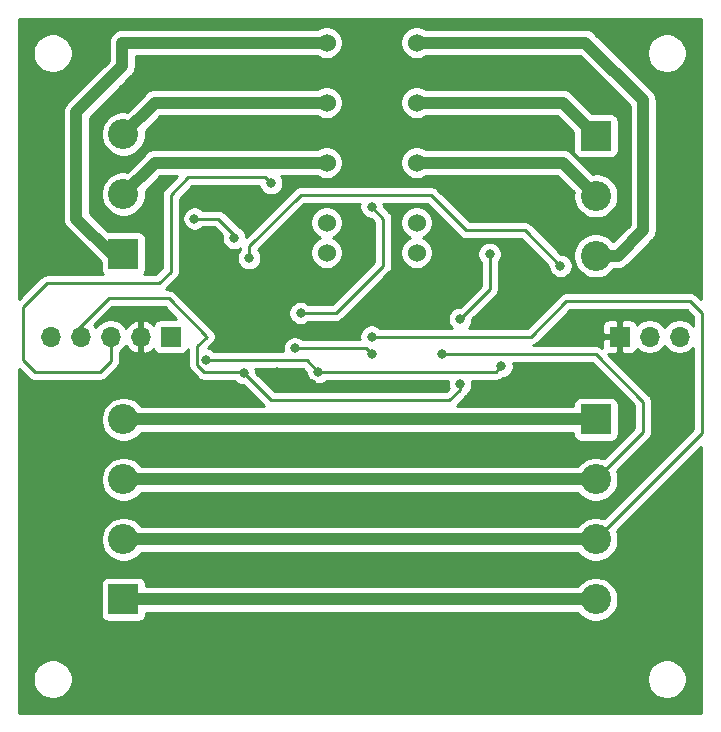
<source format=gbl>
G04 #@! TF.GenerationSoftware,KiCad,Pcbnew,5.1.10-88a1d61d58~88~ubuntu20.10.1*
G04 #@! TF.CreationDate,2021-05-12T21:52:12+02:00*
G04 #@! TF.ProjectId,Servopoint_opto,53657276-6f70-46f6-996e-745f6f70746f,rev?*
G04 #@! TF.SameCoordinates,Original*
G04 #@! TF.FileFunction,Copper,L2,Bot*
G04 #@! TF.FilePolarity,Positive*
%FSLAX46Y46*%
G04 Gerber Fmt 4.6, Leading zero omitted, Abs format (unit mm)*
G04 Created by KiCad (PCBNEW 5.1.10-88a1d61d58~88~ubuntu20.10.1) date 2021-05-12 21:52:12*
%MOMM*%
%LPD*%
G01*
G04 APERTURE LIST*
G04 #@! TA.AperFunction,ComponentPad*
%ADD10C,2.550000*%
G04 #@! TD*
G04 #@! TA.AperFunction,ComponentPad*
%ADD11R,2.550000X2.550000*%
G04 #@! TD*
G04 #@! TA.AperFunction,ComponentPad*
%ADD12O,1.700000X1.700000*%
G04 #@! TD*
G04 #@! TA.AperFunction,ComponentPad*
%ADD13R,1.700000X1.700000*%
G04 #@! TD*
G04 #@! TA.AperFunction,ComponentPad*
%ADD14C,1.524000*%
G04 #@! TD*
G04 #@! TA.AperFunction,ViaPad*
%ADD15C,0.800000*%
G04 #@! TD*
G04 #@! TA.AperFunction,Conductor*
%ADD16C,0.250000*%
G04 #@! TD*
G04 #@! TA.AperFunction,Conductor*
%ADD17C,1.000000*%
G04 #@! TD*
G04 #@! TA.AperFunction,Conductor*
%ADD18C,0.254000*%
G04 #@! TD*
G04 #@! TA.AperFunction,Conductor*
%ADD19C,0.100000*%
G04 #@! TD*
G04 APERTURE END LIST*
D10*
X80000000Y-50840000D03*
X80000000Y-55920000D03*
D11*
X80000000Y-61000000D03*
D10*
X120000000Y-61160000D03*
X120000000Y-56080000D03*
D11*
X120000000Y-51000000D03*
D10*
X80000000Y-75000000D03*
X80000000Y-80080000D03*
X80000000Y-85160000D03*
D11*
X80000000Y-90240000D03*
D10*
X120000000Y-90240000D03*
X120000000Y-85160000D03*
X120000000Y-80080000D03*
D11*
X120000000Y-75000000D03*
D12*
X73840000Y-68000000D03*
X76380000Y-68000000D03*
X78920000Y-68000000D03*
X81460000Y-68000000D03*
D13*
X84000000Y-68000000D03*
D14*
X104810000Y-60890000D03*
X104810000Y-58350000D03*
X104810000Y-53270000D03*
X104810000Y-48190000D03*
X104810000Y-43110000D03*
X97190000Y-43110000D03*
X97190000Y-48190000D03*
X97190000Y-53270000D03*
X97190000Y-58350000D03*
X97190000Y-60890000D03*
D13*
X122000000Y-68000000D03*
D12*
X124540000Y-68000000D03*
X127080000Y-68000000D03*
D15*
X89000000Y-45000000D03*
X80000000Y-47000000D03*
X109000000Y-45000000D03*
X113000000Y-57000000D03*
X115975000Y-73000000D03*
X93000000Y-71000000D03*
X96000000Y-72000000D03*
X117000000Y-62000000D03*
X90635000Y-61365000D03*
X89365000Y-59635000D03*
X86000000Y-58000000D03*
X87000000Y-70000000D03*
X96500000Y-71000000D03*
X112000000Y-70500000D03*
X94500000Y-69000000D03*
X101000000Y-69500000D03*
X92500000Y-55000000D03*
X95000000Y-66000000D03*
X101000000Y-57000000D03*
X111000000Y-61000000D03*
X90193008Y-71096992D03*
X108500000Y-72000000D03*
X108500000Y-66500000D03*
X107000000Y-69500000D03*
X101000000Y-68000000D03*
D16*
X93000000Y-71000000D02*
X95000000Y-71000000D01*
X95000000Y-71000000D02*
X96000000Y-72000000D01*
X96000000Y-72000000D02*
X95292890Y-71292890D01*
X117000000Y-62000000D02*
X114000000Y-59000000D01*
X114000000Y-59000000D02*
X109000000Y-59000000D01*
X109000000Y-59000000D02*
X106000000Y-56000000D01*
X90635000Y-61365000D02*
X90635000Y-60365000D01*
X90635000Y-60365000D02*
X95000000Y-56000000D01*
X95000000Y-56000000D02*
X106000000Y-56000000D01*
X89365000Y-59365000D02*
X89365000Y-59635000D01*
X88000000Y-58000000D02*
X89365000Y-59365000D01*
X86000000Y-58000000D02*
X88000000Y-58000000D01*
X87000000Y-70000000D02*
X95500000Y-70000000D01*
X95500000Y-70000000D02*
X96500000Y-71000000D01*
X96500000Y-71000000D02*
X111500000Y-71000000D01*
X111500000Y-71000000D02*
X112000000Y-70500000D01*
D17*
X117190000Y-48190000D02*
X120000000Y-51000000D01*
X104810000Y-48190000D02*
X117190000Y-48190000D01*
X117190000Y-53270000D02*
X120000000Y-56080000D01*
X104810000Y-53270000D02*
X117190000Y-53270000D01*
X124000000Y-48000000D02*
X119110000Y-43110000D01*
X124000000Y-59000000D02*
X124000000Y-48000000D01*
X119110000Y-43110000D02*
X104810000Y-43110000D01*
X121840000Y-61160000D02*
X124000000Y-59000000D01*
X120000000Y-61160000D02*
X121840000Y-61160000D01*
D16*
X94500000Y-69000000D02*
X100500000Y-69000000D01*
X100500000Y-69000000D02*
X101000000Y-69500000D01*
X78920000Y-68000000D02*
X78920000Y-70080000D01*
X78920000Y-70080000D02*
X78000000Y-71000000D01*
X78000000Y-71000000D02*
X72500000Y-71000000D01*
X72500000Y-71000000D02*
X71500000Y-70000000D01*
X71500000Y-70000000D02*
X71500000Y-65500000D01*
X71500000Y-65500000D02*
X73500000Y-63500000D01*
X73500000Y-63500000D02*
X83000000Y-63500000D01*
X83000000Y-63500000D02*
X84000000Y-62500000D01*
X84000000Y-56000000D02*
X85500000Y-54500000D01*
X84000000Y-62500000D02*
X84000000Y-56000000D01*
X85500000Y-54500000D02*
X92000000Y-54500000D01*
X92000000Y-54500000D02*
X92500000Y-55000000D01*
X95000000Y-66000000D02*
X98000000Y-66000000D01*
X98000000Y-66000000D02*
X102000000Y-62000000D01*
X101000000Y-57000000D02*
X102000000Y-58000000D01*
X102000000Y-58000000D02*
X102000000Y-62000000D01*
X76380000Y-67490000D02*
X76380000Y-68000000D01*
X76200000Y-67310000D02*
X76380000Y-67490000D01*
X78740000Y-64770000D02*
X76200000Y-67310000D01*
X83820000Y-64770000D02*
X78740000Y-64770000D01*
X87000000Y-67950000D02*
X83820000Y-64770000D01*
X87000000Y-68000000D02*
X87000000Y-67950000D01*
X87050000Y-68000000D02*
X87000000Y-68000000D01*
X90096016Y-71000000D02*
X90193008Y-71096992D01*
X86852998Y-71000000D02*
X90096016Y-71000000D01*
X86224999Y-70372001D02*
X86852998Y-71000000D01*
X86224999Y-68825001D02*
X86224999Y-70372001D01*
X87050000Y-68000000D02*
X86224999Y-68825001D01*
X90193008Y-71096992D02*
X92500000Y-73403984D01*
X92500000Y-73403984D02*
X107596016Y-73403984D01*
X108500000Y-72500000D02*
X108500000Y-72000000D01*
X107596016Y-73403984D02*
X108500000Y-72500000D01*
X111000000Y-64000000D02*
X108500000Y-66500000D01*
X111000000Y-61000000D02*
X111000000Y-64000000D01*
D17*
X80000000Y-75000000D02*
X120000000Y-75000000D01*
X80000000Y-90240000D02*
X120000000Y-90240000D01*
X80000000Y-80080000D02*
X120000000Y-80080000D01*
D16*
X120000000Y-80080000D02*
X124000000Y-76080000D01*
X124000000Y-76080000D02*
X124000000Y-73500000D01*
X124000000Y-73500000D02*
X120000000Y-69500000D01*
X120000000Y-69500000D02*
X107000000Y-69500000D01*
D17*
X80000000Y-85160000D02*
X120000000Y-85160000D01*
D16*
X129000000Y-76160000D02*
X120000000Y-85160000D01*
X128000000Y-65000000D02*
X129000000Y-66000000D01*
X129000000Y-66000000D02*
X129000000Y-76160000D01*
X117500000Y-65000000D02*
X128000000Y-65000000D01*
X114500000Y-68000000D02*
X117500000Y-65000000D01*
X101000000Y-68000000D02*
X114500000Y-68000000D01*
D17*
X82650000Y-48190000D02*
X80000000Y-50840000D01*
X97190000Y-48190000D02*
X82650000Y-48190000D01*
X82650000Y-53270000D02*
X80000000Y-55920000D01*
X97190000Y-53270000D02*
X82650000Y-53270000D01*
X79890000Y-43110000D02*
X97190000Y-43110000D01*
X79000000Y-61000000D02*
X76000000Y-58000000D01*
X80000000Y-61000000D02*
X79000000Y-61000000D01*
X79890000Y-43110000D02*
X79890000Y-45110000D01*
X79890000Y-45110000D02*
X76000000Y-49000000D01*
X76000000Y-49000000D02*
X76000000Y-58000000D01*
D18*
X84487127Y-66511928D02*
X83150000Y-66511928D01*
X83025518Y-66524188D01*
X82905820Y-66560498D01*
X82795506Y-66619463D01*
X82698815Y-66698815D01*
X82619463Y-66795506D01*
X82560498Y-66905820D01*
X82536034Y-66986466D01*
X82460269Y-66902412D01*
X82226920Y-66728359D01*
X81964099Y-66603175D01*
X81816890Y-66558524D01*
X81587000Y-66679845D01*
X81587000Y-67873000D01*
X81607000Y-67873000D01*
X81607000Y-68127000D01*
X81587000Y-68127000D01*
X81587000Y-69320155D01*
X81816890Y-69441476D01*
X81964099Y-69396825D01*
X82226920Y-69271641D01*
X82460269Y-69097588D01*
X82536034Y-69013534D01*
X82560498Y-69094180D01*
X82619463Y-69204494D01*
X82698815Y-69301185D01*
X82795506Y-69380537D01*
X82905820Y-69439502D01*
X83025518Y-69475812D01*
X83150000Y-69488072D01*
X84850000Y-69488072D01*
X84974482Y-69475812D01*
X85094180Y-69439502D01*
X85204494Y-69380537D01*
X85301185Y-69301185D01*
X85380537Y-69204494D01*
X85439502Y-69094180D01*
X85464999Y-69010127D01*
X85465000Y-70334669D01*
X85461323Y-70372001D01*
X85475997Y-70520986D01*
X85519453Y-70664247D01*
X85590025Y-70796277D01*
X85628926Y-70843677D01*
X85684999Y-70912002D01*
X85713997Y-70935800D01*
X86289198Y-71511002D01*
X86312997Y-71540001D01*
X86428722Y-71634974D01*
X86560751Y-71705546D01*
X86704012Y-71749003D01*
X86815665Y-71760000D01*
X86815673Y-71760000D01*
X86852998Y-71763676D01*
X86890323Y-71760000D01*
X89392305Y-71760000D01*
X89533234Y-71900929D01*
X89702752Y-72014197D01*
X89891110Y-72092218D01*
X90091069Y-72131992D01*
X90153207Y-72131992D01*
X91886213Y-73865000D01*
X81538755Y-73865000D01*
X81483594Y-73782446D01*
X81217554Y-73516406D01*
X80904724Y-73307380D01*
X80557127Y-73163400D01*
X80188119Y-73090000D01*
X79811881Y-73090000D01*
X79442873Y-73163400D01*
X79095276Y-73307380D01*
X78782446Y-73516406D01*
X78516406Y-73782446D01*
X78307380Y-74095276D01*
X78163400Y-74442873D01*
X78090000Y-74811881D01*
X78090000Y-75188119D01*
X78163400Y-75557127D01*
X78307380Y-75904724D01*
X78516406Y-76217554D01*
X78782446Y-76483594D01*
X79095276Y-76692620D01*
X79442873Y-76836600D01*
X79811881Y-76910000D01*
X80188119Y-76910000D01*
X80557127Y-76836600D01*
X80904724Y-76692620D01*
X81217554Y-76483594D01*
X81483594Y-76217554D01*
X81538755Y-76135000D01*
X118086928Y-76135000D01*
X118086928Y-76275000D01*
X118099188Y-76399482D01*
X118135498Y-76519180D01*
X118194463Y-76629494D01*
X118273815Y-76726185D01*
X118370506Y-76805537D01*
X118480820Y-76864502D01*
X118600518Y-76900812D01*
X118725000Y-76913072D01*
X121275000Y-76913072D01*
X121399482Y-76900812D01*
X121519180Y-76864502D01*
X121629494Y-76805537D01*
X121726185Y-76726185D01*
X121805537Y-76629494D01*
X121864502Y-76519180D01*
X121900812Y-76399482D01*
X121913072Y-76275000D01*
X121913072Y-73725000D01*
X121900812Y-73600518D01*
X121864502Y-73480820D01*
X121805537Y-73370506D01*
X121726185Y-73273815D01*
X121629494Y-73194463D01*
X121519180Y-73135498D01*
X121399482Y-73099188D01*
X121275000Y-73086928D01*
X118725000Y-73086928D01*
X118600518Y-73099188D01*
X118480820Y-73135498D01*
X118370506Y-73194463D01*
X118273815Y-73273815D01*
X118194463Y-73370506D01*
X118135498Y-73480820D01*
X118099188Y-73600518D01*
X118086928Y-73725000D01*
X118086928Y-73865000D01*
X108209801Y-73865000D01*
X109011009Y-73063794D01*
X109040001Y-73040001D01*
X109063795Y-73011008D01*
X109063799Y-73011004D01*
X109134973Y-72924277D01*
X109134974Y-72924276D01*
X109205546Y-72792247D01*
X109220386Y-72743325D01*
X109303937Y-72659774D01*
X109417205Y-72490256D01*
X109495226Y-72301898D01*
X109535000Y-72101939D01*
X109535000Y-71898061D01*
X109507538Y-71760000D01*
X111462678Y-71760000D01*
X111500000Y-71763676D01*
X111537322Y-71760000D01*
X111537333Y-71760000D01*
X111648986Y-71749003D01*
X111792247Y-71705546D01*
X111924276Y-71634974D01*
X112040001Y-71540001D01*
X112044105Y-71535000D01*
X112101939Y-71535000D01*
X112301898Y-71495226D01*
X112490256Y-71417205D01*
X112659774Y-71303937D01*
X112803937Y-71159774D01*
X112917205Y-70990256D01*
X112995226Y-70801898D01*
X113035000Y-70601939D01*
X113035000Y-70398061D01*
X113007538Y-70260000D01*
X119685199Y-70260000D01*
X123240001Y-73814803D01*
X123240000Y-75765198D01*
X120701852Y-78303347D01*
X120557127Y-78243400D01*
X120188119Y-78170000D01*
X119811881Y-78170000D01*
X119442873Y-78243400D01*
X119095276Y-78387380D01*
X118782446Y-78596406D01*
X118516406Y-78862446D01*
X118461245Y-78945000D01*
X81538755Y-78945000D01*
X81483594Y-78862446D01*
X81217554Y-78596406D01*
X80904724Y-78387380D01*
X80557127Y-78243400D01*
X80188119Y-78170000D01*
X79811881Y-78170000D01*
X79442873Y-78243400D01*
X79095276Y-78387380D01*
X78782446Y-78596406D01*
X78516406Y-78862446D01*
X78307380Y-79175276D01*
X78163400Y-79522873D01*
X78090000Y-79891881D01*
X78090000Y-80268119D01*
X78163400Y-80637127D01*
X78307380Y-80984724D01*
X78516406Y-81297554D01*
X78782446Y-81563594D01*
X79095276Y-81772620D01*
X79442873Y-81916600D01*
X79811881Y-81990000D01*
X80188119Y-81990000D01*
X80557127Y-81916600D01*
X80904724Y-81772620D01*
X81217554Y-81563594D01*
X81483594Y-81297554D01*
X81538755Y-81215000D01*
X118461245Y-81215000D01*
X118516406Y-81297554D01*
X118782446Y-81563594D01*
X119095276Y-81772620D01*
X119442873Y-81916600D01*
X119811881Y-81990000D01*
X120188119Y-81990000D01*
X120557127Y-81916600D01*
X120904724Y-81772620D01*
X121217554Y-81563594D01*
X121483594Y-81297554D01*
X121692620Y-80984724D01*
X121836600Y-80637127D01*
X121910000Y-80268119D01*
X121910000Y-79891881D01*
X121836600Y-79522873D01*
X121776653Y-79378148D01*
X124511004Y-76643798D01*
X124540001Y-76620001D01*
X124634974Y-76504276D01*
X124705546Y-76372247D01*
X124749003Y-76228986D01*
X124760000Y-76117333D01*
X124760000Y-76117324D01*
X124763676Y-76080001D01*
X124760000Y-76042678D01*
X124760000Y-73537322D01*
X124763676Y-73499999D01*
X124760000Y-73462676D01*
X124760000Y-73462667D01*
X124749003Y-73351014D01*
X124705546Y-73207753D01*
X124634974Y-73075724D01*
X124540001Y-72959999D01*
X124511003Y-72936201D01*
X121053355Y-69478554D01*
X121150000Y-69488072D01*
X121714250Y-69485000D01*
X121873000Y-69326250D01*
X121873000Y-68127000D01*
X120673750Y-68127000D01*
X120515000Y-68285750D01*
X120511928Y-68850000D01*
X120521246Y-68944607D01*
X120424276Y-68865026D01*
X120292247Y-68794454D01*
X120148986Y-68750997D01*
X120037333Y-68740000D01*
X120037322Y-68740000D01*
X120000000Y-68736324D01*
X119962678Y-68740000D01*
X114678665Y-68740000D01*
X114792247Y-68705546D01*
X114924276Y-68634974D01*
X115040001Y-68540001D01*
X115063804Y-68510997D01*
X116424801Y-67150000D01*
X120511928Y-67150000D01*
X120515000Y-67714250D01*
X120673750Y-67873000D01*
X121873000Y-67873000D01*
X121873000Y-66673750D01*
X121714250Y-66515000D01*
X121150000Y-66511928D01*
X121025518Y-66524188D01*
X120905820Y-66560498D01*
X120795506Y-66619463D01*
X120698815Y-66698815D01*
X120619463Y-66795506D01*
X120560498Y-66905820D01*
X120524188Y-67025518D01*
X120511928Y-67150000D01*
X116424801Y-67150000D01*
X117814802Y-65760000D01*
X127685199Y-65760000D01*
X128240000Y-66314802D01*
X128240000Y-67063134D01*
X128233475Y-67053368D01*
X128026632Y-66846525D01*
X127783411Y-66684010D01*
X127513158Y-66572068D01*
X127226260Y-66515000D01*
X126933740Y-66515000D01*
X126646842Y-66572068D01*
X126376589Y-66684010D01*
X126133368Y-66846525D01*
X125926525Y-67053368D01*
X125810000Y-67227760D01*
X125693475Y-67053368D01*
X125486632Y-66846525D01*
X125243411Y-66684010D01*
X124973158Y-66572068D01*
X124686260Y-66515000D01*
X124393740Y-66515000D01*
X124106842Y-66572068D01*
X123836589Y-66684010D01*
X123593368Y-66846525D01*
X123461513Y-66978380D01*
X123439502Y-66905820D01*
X123380537Y-66795506D01*
X123301185Y-66698815D01*
X123204494Y-66619463D01*
X123094180Y-66560498D01*
X122974482Y-66524188D01*
X122850000Y-66511928D01*
X122285750Y-66515000D01*
X122127000Y-66673750D01*
X122127000Y-67873000D01*
X122147000Y-67873000D01*
X122147000Y-68127000D01*
X122127000Y-68127000D01*
X122127000Y-69326250D01*
X122285750Y-69485000D01*
X122850000Y-69488072D01*
X122974482Y-69475812D01*
X123094180Y-69439502D01*
X123204494Y-69380537D01*
X123301185Y-69301185D01*
X123380537Y-69204494D01*
X123439502Y-69094180D01*
X123461513Y-69021620D01*
X123593368Y-69153475D01*
X123836589Y-69315990D01*
X124106842Y-69427932D01*
X124393740Y-69485000D01*
X124686260Y-69485000D01*
X124973158Y-69427932D01*
X125243411Y-69315990D01*
X125486632Y-69153475D01*
X125693475Y-68946632D01*
X125810000Y-68772240D01*
X125926525Y-68946632D01*
X126133368Y-69153475D01*
X126376589Y-69315990D01*
X126646842Y-69427932D01*
X126933740Y-69485000D01*
X127226260Y-69485000D01*
X127513158Y-69427932D01*
X127783411Y-69315990D01*
X128026632Y-69153475D01*
X128233475Y-68946632D01*
X128240000Y-68936866D01*
X128240001Y-75845197D01*
X120701852Y-83383347D01*
X120557127Y-83323400D01*
X120188119Y-83250000D01*
X119811881Y-83250000D01*
X119442873Y-83323400D01*
X119095276Y-83467380D01*
X118782446Y-83676406D01*
X118516406Y-83942446D01*
X118461245Y-84025000D01*
X81538755Y-84025000D01*
X81483594Y-83942446D01*
X81217554Y-83676406D01*
X80904724Y-83467380D01*
X80557127Y-83323400D01*
X80188119Y-83250000D01*
X79811881Y-83250000D01*
X79442873Y-83323400D01*
X79095276Y-83467380D01*
X78782446Y-83676406D01*
X78516406Y-83942446D01*
X78307380Y-84255276D01*
X78163400Y-84602873D01*
X78090000Y-84971881D01*
X78090000Y-85348119D01*
X78163400Y-85717127D01*
X78307380Y-86064724D01*
X78516406Y-86377554D01*
X78782446Y-86643594D01*
X79095276Y-86852620D01*
X79442873Y-86996600D01*
X79811881Y-87070000D01*
X80188119Y-87070000D01*
X80557127Y-86996600D01*
X80904724Y-86852620D01*
X81217554Y-86643594D01*
X81483594Y-86377554D01*
X81538755Y-86295000D01*
X118461245Y-86295000D01*
X118516406Y-86377554D01*
X118782446Y-86643594D01*
X119095276Y-86852620D01*
X119442873Y-86996600D01*
X119811881Y-87070000D01*
X120188119Y-87070000D01*
X120557127Y-86996600D01*
X120904724Y-86852620D01*
X121217554Y-86643594D01*
X121483594Y-86377554D01*
X121692620Y-86064724D01*
X121836600Y-85717127D01*
X121910000Y-85348119D01*
X121910000Y-84971881D01*
X121836600Y-84602873D01*
X121776653Y-84458148D01*
X128873000Y-77361802D01*
X128873000Y-99873000D01*
X71127000Y-99873000D01*
X71127000Y-96834042D01*
X72315000Y-96834042D01*
X72315000Y-97165958D01*
X72379754Y-97491496D01*
X72506772Y-97798147D01*
X72691175Y-98074125D01*
X72925875Y-98308825D01*
X73201853Y-98493228D01*
X73508504Y-98620246D01*
X73834042Y-98685000D01*
X74165958Y-98685000D01*
X74491496Y-98620246D01*
X74798147Y-98493228D01*
X75074125Y-98308825D01*
X75308825Y-98074125D01*
X75493228Y-97798147D01*
X75620246Y-97491496D01*
X75685000Y-97165958D01*
X75685000Y-96834042D01*
X124315000Y-96834042D01*
X124315000Y-97165958D01*
X124379754Y-97491496D01*
X124506772Y-97798147D01*
X124691175Y-98074125D01*
X124925875Y-98308825D01*
X125201853Y-98493228D01*
X125508504Y-98620246D01*
X125834042Y-98685000D01*
X126165958Y-98685000D01*
X126491496Y-98620246D01*
X126798147Y-98493228D01*
X127074125Y-98308825D01*
X127308825Y-98074125D01*
X127493228Y-97798147D01*
X127620246Y-97491496D01*
X127685000Y-97165958D01*
X127685000Y-96834042D01*
X127620246Y-96508504D01*
X127493228Y-96201853D01*
X127308825Y-95925875D01*
X127074125Y-95691175D01*
X126798147Y-95506772D01*
X126491496Y-95379754D01*
X126165958Y-95315000D01*
X125834042Y-95315000D01*
X125508504Y-95379754D01*
X125201853Y-95506772D01*
X124925875Y-95691175D01*
X124691175Y-95925875D01*
X124506772Y-96201853D01*
X124379754Y-96508504D01*
X124315000Y-96834042D01*
X75685000Y-96834042D01*
X75620246Y-96508504D01*
X75493228Y-96201853D01*
X75308825Y-95925875D01*
X75074125Y-95691175D01*
X74798147Y-95506772D01*
X74491496Y-95379754D01*
X74165958Y-95315000D01*
X73834042Y-95315000D01*
X73508504Y-95379754D01*
X73201853Y-95506772D01*
X72925875Y-95691175D01*
X72691175Y-95925875D01*
X72506772Y-96201853D01*
X72379754Y-96508504D01*
X72315000Y-96834042D01*
X71127000Y-96834042D01*
X71127000Y-88965000D01*
X78086928Y-88965000D01*
X78086928Y-91515000D01*
X78099188Y-91639482D01*
X78135498Y-91759180D01*
X78194463Y-91869494D01*
X78273815Y-91966185D01*
X78370506Y-92045537D01*
X78480820Y-92104502D01*
X78600518Y-92140812D01*
X78725000Y-92153072D01*
X81275000Y-92153072D01*
X81399482Y-92140812D01*
X81519180Y-92104502D01*
X81629494Y-92045537D01*
X81726185Y-91966185D01*
X81805537Y-91869494D01*
X81864502Y-91759180D01*
X81900812Y-91639482D01*
X81913072Y-91515000D01*
X81913072Y-91375000D01*
X118461245Y-91375000D01*
X118516406Y-91457554D01*
X118782446Y-91723594D01*
X119095276Y-91932620D01*
X119442873Y-92076600D01*
X119811881Y-92150000D01*
X120188119Y-92150000D01*
X120557127Y-92076600D01*
X120904724Y-91932620D01*
X121217554Y-91723594D01*
X121483594Y-91457554D01*
X121692620Y-91144724D01*
X121836600Y-90797127D01*
X121910000Y-90428119D01*
X121910000Y-90051881D01*
X121836600Y-89682873D01*
X121692620Y-89335276D01*
X121483594Y-89022446D01*
X121217554Y-88756406D01*
X120904724Y-88547380D01*
X120557127Y-88403400D01*
X120188119Y-88330000D01*
X119811881Y-88330000D01*
X119442873Y-88403400D01*
X119095276Y-88547380D01*
X118782446Y-88756406D01*
X118516406Y-89022446D01*
X118461245Y-89105000D01*
X81913072Y-89105000D01*
X81913072Y-88965000D01*
X81900812Y-88840518D01*
X81864502Y-88720820D01*
X81805537Y-88610506D01*
X81726185Y-88513815D01*
X81629494Y-88434463D01*
X81519180Y-88375498D01*
X81399482Y-88339188D01*
X81275000Y-88326928D01*
X78725000Y-88326928D01*
X78600518Y-88339188D01*
X78480820Y-88375498D01*
X78370506Y-88434463D01*
X78273815Y-88513815D01*
X78194463Y-88610506D01*
X78135498Y-88720820D01*
X78099188Y-88840518D01*
X78086928Y-88965000D01*
X71127000Y-88965000D01*
X71127000Y-70701802D01*
X71936200Y-71511002D01*
X71959999Y-71540001D01*
X71988997Y-71563799D01*
X72075724Y-71634974D01*
X72207753Y-71705546D01*
X72351014Y-71749003D01*
X72500000Y-71763677D01*
X72537333Y-71760000D01*
X77962678Y-71760000D01*
X78000000Y-71763676D01*
X78037322Y-71760000D01*
X78037333Y-71760000D01*
X78148986Y-71749003D01*
X78292247Y-71705546D01*
X78424276Y-71634974D01*
X78540001Y-71540001D01*
X78563803Y-71510998D01*
X79431008Y-70643795D01*
X79460001Y-70620001D01*
X79483795Y-70591008D01*
X79483799Y-70591004D01*
X79549454Y-70511002D01*
X79554974Y-70504276D01*
X79625546Y-70372247D01*
X79669003Y-70228986D01*
X79680000Y-70117333D01*
X79680000Y-70117324D01*
X79683676Y-70080001D01*
X79680000Y-70042678D01*
X79680000Y-69278178D01*
X79866632Y-69153475D01*
X80073475Y-68946632D01*
X80195195Y-68764466D01*
X80264822Y-68881355D01*
X80459731Y-69097588D01*
X80693080Y-69271641D01*
X80955901Y-69396825D01*
X81103110Y-69441476D01*
X81333000Y-69320155D01*
X81333000Y-68127000D01*
X81313000Y-68127000D01*
X81313000Y-67873000D01*
X81333000Y-67873000D01*
X81333000Y-66679845D01*
X81103110Y-66558524D01*
X80955901Y-66603175D01*
X80693080Y-66728359D01*
X80459731Y-66902412D01*
X80264822Y-67118645D01*
X80195195Y-67235534D01*
X80073475Y-67053368D01*
X79866632Y-66846525D01*
X79623411Y-66684010D01*
X79353158Y-66572068D01*
X79066260Y-66515000D01*
X78773740Y-66515000D01*
X78486842Y-66572068D01*
X78216589Y-66684010D01*
X77973368Y-66846525D01*
X77766525Y-67053368D01*
X77650000Y-67227760D01*
X77533475Y-67053368D01*
X77532454Y-67052347D01*
X79054803Y-65530000D01*
X83505199Y-65530000D01*
X84487127Y-66511928D01*
G04 #@! TA.AperFunction,Conductor*
D19*
G36*
X84487127Y-66511928D02*
G01*
X83150000Y-66511928D01*
X83025518Y-66524188D01*
X82905820Y-66560498D01*
X82795506Y-66619463D01*
X82698815Y-66698815D01*
X82619463Y-66795506D01*
X82560498Y-66905820D01*
X82536034Y-66986466D01*
X82460269Y-66902412D01*
X82226920Y-66728359D01*
X81964099Y-66603175D01*
X81816890Y-66558524D01*
X81587000Y-66679845D01*
X81587000Y-67873000D01*
X81607000Y-67873000D01*
X81607000Y-68127000D01*
X81587000Y-68127000D01*
X81587000Y-69320155D01*
X81816890Y-69441476D01*
X81964099Y-69396825D01*
X82226920Y-69271641D01*
X82460269Y-69097588D01*
X82536034Y-69013534D01*
X82560498Y-69094180D01*
X82619463Y-69204494D01*
X82698815Y-69301185D01*
X82795506Y-69380537D01*
X82905820Y-69439502D01*
X83025518Y-69475812D01*
X83150000Y-69488072D01*
X84850000Y-69488072D01*
X84974482Y-69475812D01*
X85094180Y-69439502D01*
X85204494Y-69380537D01*
X85301185Y-69301185D01*
X85380537Y-69204494D01*
X85439502Y-69094180D01*
X85464999Y-69010127D01*
X85465000Y-70334669D01*
X85461323Y-70372001D01*
X85475997Y-70520986D01*
X85519453Y-70664247D01*
X85590025Y-70796277D01*
X85628926Y-70843677D01*
X85684999Y-70912002D01*
X85713997Y-70935800D01*
X86289198Y-71511002D01*
X86312997Y-71540001D01*
X86428722Y-71634974D01*
X86560751Y-71705546D01*
X86704012Y-71749003D01*
X86815665Y-71760000D01*
X86815673Y-71760000D01*
X86852998Y-71763676D01*
X86890323Y-71760000D01*
X89392305Y-71760000D01*
X89533234Y-71900929D01*
X89702752Y-72014197D01*
X89891110Y-72092218D01*
X90091069Y-72131992D01*
X90153207Y-72131992D01*
X91886213Y-73865000D01*
X81538755Y-73865000D01*
X81483594Y-73782446D01*
X81217554Y-73516406D01*
X80904724Y-73307380D01*
X80557127Y-73163400D01*
X80188119Y-73090000D01*
X79811881Y-73090000D01*
X79442873Y-73163400D01*
X79095276Y-73307380D01*
X78782446Y-73516406D01*
X78516406Y-73782446D01*
X78307380Y-74095276D01*
X78163400Y-74442873D01*
X78090000Y-74811881D01*
X78090000Y-75188119D01*
X78163400Y-75557127D01*
X78307380Y-75904724D01*
X78516406Y-76217554D01*
X78782446Y-76483594D01*
X79095276Y-76692620D01*
X79442873Y-76836600D01*
X79811881Y-76910000D01*
X80188119Y-76910000D01*
X80557127Y-76836600D01*
X80904724Y-76692620D01*
X81217554Y-76483594D01*
X81483594Y-76217554D01*
X81538755Y-76135000D01*
X118086928Y-76135000D01*
X118086928Y-76275000D01*
X118099188Y-76399482D01*
X118135498Y-76519180D01*
X118194463Y-76629494D01*
X118273815Y-76726185D01*
X118370506Y-76805537D01*
X118480820Y-76864502D01*
X118600518Y-76900812D01*
X118725000Y-76913072D01*
X121275000Y-76913072D01*
X121399482Y-76900812D01*
X121519180Y-76864502D01*
X121629494Y-76805537D01*
X121726185Y-76726185D01*
X121805537Y-76629494D01*
X121864502Y-76519180D01*
X121900812Y-76399482D01*
X121913072Y-76275000D01*
X121913072Y-73725000D01*
X121900812Y-73600518D01*
X121864502Y-73480820D01*
X121805537Y-73370506D01*
X121726185Y-73273815D01*
X121629494Y-73194463D01*
X121519180Y-73135498D01*
X121399482Y-73099188D01*
X121275000Y-73086928D01*
X118725000Y-73086928D01*
X118600518Y-73099188D01*
X118480820Y-73135498D01*
X118370506Y-73194463D01*
X118273815Y-73273815D01*
X118194463Y-73370506D01*
X118135498Y-73480820D01*
X118099188Y-73600518D01*
X118086928Y-73725000D01*
X118086928Y-73865000D01*
X108209801Y-73865000D01*
X109011009Y-73063794D01*
X109040001Y-73040001D01*
X109063795Y-73011008D01*
X109063799Y-73011004D01*
X109134973Y-72924277D01*
X109134974Y-72924276D01*
X109205546Y-72792247D01*
X109220386Y-72743325D01*
X109303937Y-72659774D01*
X109417205Y-72490256D01*
X109495226Y-72301898D01*
X109535000Y-72101939D01*
X109535000Y-71898061D01*
X109507538Y-71760000D01*
X111462678Y-71760000D01*
X111500000Y-71763676D01*
X111537322Y-71760000D01*
X111537333Y-71760000D01*
X111648986Y-71749003D01*
X111792247Y-71705546D01*
X111924276Y-71634974D01*
X112040001Y-71540001D01*
X112044105Y-71535000D01*
X112101939Y-71535000D01*
X112301898Y-71495226D01*
X112490256Y-71417205D01*
X112659774Y-71303937D01*
X112803937Y-71159774D01*
X112917205Y-70990256D01*
X112995226Y-70801898D01*
X113035000Y-70601939D01*
X113035000Y-70398061D01*
X113007538Y-70260000D01*
X119685199Y-70260000D01*
X123240001Y-73814803D01*
X123240000Y-75765198D01*
X120701852Y-78303347D01*
X120557127Y-78243400D01*
X120188119Y-78170000D01*
X119811881Y-78170000D01*
X119442873Y-78243400D01*
X119095276Y-78387380D01*
X118782446Y-78596406D01*
X118516406Y-78862446D01*
X118461245Y-78945000D01*
X81538755Y-78945000D01*
X81483594Y-78862446D01*
X81217554Y-78596406D01*
X80904724Y-78387380D01*
X80557127Y-78243400D01*
X80188119Y-78170000D01*
X79811881Y-78170000D01*
X79442873Y-78243400D01*
X79095276Y-78387380D01*
X78782446Y-78596406D01*
X78516406Y-78862446D01*
X78307380Y-79175276D01*
X78163400Y-79522873D01*
X78090000Y-79891881D01*
X78090000Y-80268119D01*
X78163400Y-80637127D01*
X78307380Y-80984724D01*
X78516406Y-81297554D01*
X78782446Y-81563594D01*
X79095276Y-81772620D01*
X79442873Y-81916600D01*
X79811881Y-81990000D01*
X80188119Y-81990000D01*
X80557127Y-81916600D01*
X80904724Y-81772620D01*
X81217554Y-81563594D01*
X81483594Y-81297554D01*
X81538755Y-81215000D01*
X118461245Y-81215000D01*
X118516406Y-81297554D01*
X118782446Y-81563594D01*
X119095276Y-81772620D01*
X119442873Y-81916600D01*
X119811881Y-81990000D01*
X120188119Y-81990000D01*
X120557127Y-81916600D01*
X120904724Y-81772620D01*
X121217554Y-81563594D01*
X121483594Y-81297554D01*
X121692620Y-80984724D01*
X121836600Y-80637127D01*
X121910000Y-80268119D01*
X121910000Y-79891881D01*
X121836600Y-79522873D01*
X121776653Y-79378148D01*
X124511004Y-76643798D01*
X124540001Y-76620001D01*
X124634974Y-76504276D01*
X124705546Y-76372247D01*
X124749003Y-76228986D01*
X124760000Y-76117333D01*
X124760000Y-76117324D01*
X124763676Y-76080001D01*
X124760000Y-76042678D01*
X124760000Y-73537322D01*
X124763676Y-73499999D01*
X124760000Y-73462676D01*
X124760000Y-73462667D01*
X124749003Y-73351014D01*
X124705546Y-73207753D01*
X124634974Y-73075724D01*
X124540001Y-72959999D01*
X124511003Y-72936201D01*
X121053355Y-69478554D01*
X121150000Y-69488072D01*
X121714250Y-69485000D01*
X121873000Y-69326250D01*
X121873000Y-68127000D01*
X120673750Y-68127000D01*
X120515000Y-68285750D01*
X120511928Y-68850000D01*
X120521246Y-68944607D01*
X120424276Y-68865026D01*
X120292247Y-68794454D01*
X120148986Y-68750997D01*
X120037333Y-68740000D01*
X120037322Y-68740000D01*
X120000000Y-68736324D01*
X119962678Y-68740000D01*
X114678665Y-68740000D01*
X114792247Y-68705546D01*
X114924276Y-68634974D01*
X115040001Y-68540001D01*
X115063804Y-68510997D01*
X116424801Y-67150000D01*
X120511928Y-67150000D01*
X120515000Y-67714250D01*
X120673750Y-67873000D01*
X121873000Y-67873000D01*
X121873000Y-66673750D01*
X121714250Y-66515000D01*
X121150000Y-66511928D01*
X121025518Y-66524188D01*
X120905820Y-66560498D01*
X120795506Y-66619463D01*
X120698815Y-66698815D01*
X120619463Y-66795506D01*
X120560498Y-66905820D01*
X120524188Y-67025518D01*
X120511928Y-67150000D01*
X116424801Y-67150000D01*
X117814802Y-65760000D01*
X127685199Y-65760000D01*
X128240000Y-66314802D01*
X128240000Y-67063134D01*
X128233475Y-67053368D01*
X128026632Y-66846525D01*
X127783411Y-66684010D01*
X127513158Y-66572068D01*
X127226260Y-66515000D01*
X126933740Y-66515000D01*
X126646842Y-66572068D01*
X126376589Y-66684010D01*
X126133368Y-66846525D01*
X125926525Y-67053368D01*
X125810000Y-67227760D01*
X125693475Y-67053368D01*
X125486632Y-66846525D01*
X125243411Y-66684010D01*
X124973158Y-66572068D01*
X124686260Y-66515000D01*
X124393740Y-66515000D01*
X124106842Y-66572068D01*
X123836589Y-66684010D01*
X123593368Y-66846525D01*
X123461513Y-66978380D01*
X123439502Y-66905820D01*
X123380537Y-66795506D01*
X123301185Y-66698815D01*
X123204494Y-66619463D01*
X123094180Y-66560498D01*
X122974482Y-66524188D01*
X122850000Y-66511928D01*
X122285750Y-66515000D01*
X122127000Y-66673750D01*
X122127000Y-67873000D01*
X122147000Y-67873000D01*
X122147000Y-68127000D01*
X122127000Y-68127000D01*
X122127000Y-69326250D01*
X122285750Y-69485000D01*
X122850000Y-69488072D01*
X122974482Y-69475812D01*
X123094180Y-69439502D01*
X123204494Y-69380537D01*
X123301185Y-69301185D01*
X123380537Y-69204494D01*
X123439502Y-69094180D01*
X123461513Y-69021620D01*
X123593368Y-69153475D01*
X123836589Y-69315990D01*
X124106842Y-69427932D01*
X124393740Y-69485000D01*
X124686260Y-69485000D01*
X124973158Y-69427932D01*
X125243411Y-69315990D01*
X125486632Y-69153475D01*
X125693475Y-68946632D01*
X125810000Y-68772240D01*
X125926525Y-68946632D01*
X126133368Y-69153475D01*
X126376589Y-69315990D01*
X126646842Y-69427932D01*
X126933740Y-69485000D01*
X127226260Y-69485000D01*
X127513158Y-69427932D01*
X127783411Y-69315990D01*
X128026632Y-69153475D01*
X128233475Y-68946632D01*
X128240000Y-68936866D01*
X128240001Y-75845197D01*
X120701852Y-83383347D01*
X120557127Y-83323400D01*
X120188119Y-83250000D01*
X119811881Y-83250000D01*
X119442873Y-83323400D01*
X119095276Y-83467380D01*
X118782446Y-83676406D01*
X118516406Y-83942446D01*
X118461245Y-84025000D01*
X81538755Y-84025000D01*
X81483594Y-83942446D01*
X81217554Y-83676406D01*
X80904724Y-83467380D01*
X80557127Y-83323400D01*
X80188119Y-83250000D01*
X79811881Y-83250000D01*
X79442873Y-83323400D01*
X79095276Y-83467380D01*
X78782446Y-83676406D01*
X78516406Y-83942446D01*
X78307380Y-84255276D01*
X78163400Y-84602873D01*
X78090000Y-84971881D01*
X78090000Y-85348119D01*
X78163400Y-85717127D01*
X78307380Y-86064724D01*
X78516406Y-86377554D01*
X78782446Y-86643594D01*
X79095276Y-86852620D01*
X79442873Y-86996600D01*
X79811881Y-87070000D01*
X80188119Y-87070000D01*
X80557127Y-86996600D01*
X80904724Y-86852620D01*
X81217554Y-86643594D01*
X81483594Y-86377554D01*
X81538755Y-86295000D01*
X118461245Y-86295000D01*
X118516406Y-86377554D01*
X118782446Y-86643594D01*
X119095276Y-86852620D01*
X119442873Y-86996600D01*
X119811881Y-87070000D01*
X120188119Y-87070000D01*
X120557127Y-86996600D01*
X120904724Y-86852620D01*
X121217554Y-86643594D01*
X121483594Y-86377554D01*
X121692620Y-86064724D01*
X121836600Y-85717127D01*
X121910000Y-85348119D01*
X121910000Y-84971881D01*
X121836600Y-84602873D01*
X121776653Y-84458148D01*
X128873000Y-77361802D01*
X128873000Y-99873000D01*
X71127000Y-99873000D01*
X71127000Y-96834042D01*
X72315000Y-96834042D01*
X72315000Y-97165958D01*
X72379754Y-97491496D01*
X72506772Y-97798147D01*
X72691175Y-98074125D01*
X72925875Y-98308825D01*
X73201853Y-98493228D01*
X73508504Y-98620246D01*
X73834042Y-98685000D01*
X74165958Y-98685000D01*
X74491496Y-98620246D01*
X74798147Y-98493228D01*
X75074125Y-98308825D01*
X75308825Y-98074125D01*
X75493228Y-97798147D01*
X75620246Y-97491496D01*
X75685000Y-97165958D01*
X75685000Y-96834042D01*
X124315000Y-96834042D01*
X124315000Y-97165958D01*
X124379754Y-97491496D01*
X124506772Y-97798147D01*
X124691175Y-98074125D01*
X124925875Y-98308825D01*
X125201853Y-98493228D01*
X125508504Y-98620246D01*
X125834042Y-98685000D01*
X126165958Y-98685000D01*
X126491496Y-98620246D01*
X126798147Y-98493228D01*
X127074125Y-98308825D01*
X127308825Y-98074125D01*
X127493228Y-97798147D01*
X127620246Y-97491496D01*
X127685000Y-97165958D01*
X127685000Y-96834042D01*
X127620246Y-96508504D01*
X127493228Y-96201853D01*
X127308825Y-95925875D01*
X127074125Y-95691175D01*
X126798147Y-95506772D01*
X126491496Y-95379754D01*
X126165958Y-95315000D01*
X125834042Y-95315000D01*
X125508504Y-95379754D01*
X125201853Y-95506772D01*
X124925875Y-95691175D01*
X124691175Y-95925875D01*
X124506772Y-96201853D01*
X124379754Y-96508504D01*
X124315000Y-96834042D01*
X75685000Y-96834042D01*
X75620246Y-96508504D01*
X75493228Y-96201853D01*
X75308825Y-95925875D01*
X75074125Y-95691175D01*
X74798147Y-95506772D01*
X74491496Y-95379754D01*
X74165958Y-95315000D01*
X73834042Y-95315000D01*
X73508504Y-95379754D01*
X73201853Y-95506772D01*
X72925875Y-95691175D01*
X72691175Y-95925875D01*
X72506772Y-96201853D01*
X72379754Y-96508504D01*
X72315000Y-96834042D01*
X71127000Y-96834042D01*
X71127000Y-88965000D01*
X78086928Y-88965000D01*
X78086928Y-91515000D01*
X78099188Y-91639482D01*
X78135498Y-91759180D01*
X78194463Y-91869494D01*
X78273815Y-91966185D01*
X78370506Y-92045537D01*
X78480820Y-92104502D01*
X78600518Y-92140812D01*
X78725000Y-92153072D01*
X81275000Y-92153072D01*
X81399482Y-92140812D01*
X81519180Y-92104502D01*
X81629494Y-92045537D01*
X81726185Y-91966185D01*
X81805537Y-91869494D01*
X81864502Y-91759180D01*
X81900812Y-91639482D01*
X81913072Y-91515000D01*
X81913072Y-91375000D01*
X118461245Y-91375000D01*
X118516406Y-91457554D01*
X118782446Y-91723594D01*
X119095276Y-91932620D01*
X119442873Y-92076600D01*
X119811881Y-92150000D01*
X120188119Y-92150000D01*
X120557127Y-92076600D01*
X120904724Y-91932620D01*
X121217554Y-91723594D01*
X121483594Y-91457554D01*
X121692620Y-91144724D01*
X121836600Y-90797127D01*
X121910000Y-90428119D01*
X121910000Y-90051881D01*
X121836600Y-89682873D01*
X121692620Y-89335276D01*
X121483594Y-89022446D01*
X121217554Y-88756406D01*
X120904724Y-88547380D01*
X120557127Y-88403400D01*
X120188119Y-88330000D01*
X119811881Y-88330000D01*
X119442873Y-88403400D01*
X119095276Y-88547380D01*
X118782446Y-88756406D01*
X118516406Y-89022446D01*
X118461245Y-89105000D01*
X81913072Y-89105000D01*
X81913072Y-88965000D01*
X81900812Y-88840518D01*
X81864502Y-88720820D01*
X81805537Y-88610506D01*
X81726185Y-88513815D01*
X81629494Y-88434463D01*
X81519180Y-88375498D01*
X81399482Y-88339188D01*
X81275000Y-88326928D01*
X78725000Y-88326928D01*
X78600518Y-88339188D01*
X78480820Y-88375498D01*
X78370506Y-88434463D01*
X78273815Y-88513815D01*
X78194463Y-88610506D01*
X78135498Y-88720820D01*
X78099188Y-88840518D01*
X78086928Y-88965000D01*
X71127000Y-88965000D01*
X71127000Y-70701802D01*
X71936200Y-71511002D01*
X71959999Y-71540001D01*
X71988997Y-71563799D01*
X72075724Y-71634974D01*
X72207753Y-71705546D01*
X72351014Y-71749003D01*
X72500000Y-71763677D01*
X72537333Y-71760000D01*
X77962678Y-71760000D01*
X78000000Y-71763676D01*
X78037322Y-71760000D01*
X78037333Y-71760000D01*
X78148986Y-71749003D01*
X78292247Y-71705546D01*
X78424276Y-71634974D01*
X78540001Y-71540001D01*
X78563803Y-71510998D01*
X79431008Y-70643795D01*
X79460001Y-70620001D01*
X79483795Y-70591008D01*
X79483799Y-70591004D01*
X79549454Y-70511002D01*
X79554974Y-70504276D01*
X79625546Y-70372247D01*
X79669003Y-70228986D01*
X79680000Y-70117333D01*
X79680000Y-70117324D01*
X79683676Y-70080001D01*
X79680000Y-70042678D01*
X79680000Y-69278178D01*
X79866632Y-69153475D01*
X80073475Y-68946632D01*
X80195195Y-68764466D01*
X80264822Y-68881355D01*
X80459731Y-69097588D01*
X80693080Y-69271641D01*
X80955901Y-69396825D01*
X81103110Y-69441476D01*
X81333000Y-69320155D01*
X81333000Y-68127000D01*
X81313000Y-68127000D01*
X81313000Y-67873000D01*
X81333000Y-67873000D01*
X81333000Y-66679845D01*
X81103110Y-66558524D01*
X80955901Y-66603175D01*
X80693080Y-66728359D01*
X80459731Y-66902412D01*
X80264822Y-67118645D01*
X80195195Y-67235534D01*
X80073475Y-67053368D01*
X79866632Y-66846525D01*
X79623411Y-66684010D01*
X79353158Y-66572068D01*
X79066260Y-66515000D01*
X78773740Y-66515000D01*
X78486842Y-66572068D01*
X78216589Y-66684010D01*
X77973368Y-66846525D01*
X77766525Y-67053368D01*
X77650000Y-67227760D01*
X77533475Y-67053368D01*
X77532454Y-67052347D01*
X79054803Y-65530000D01*
X83505199Y-65530000D01*
X84487127Y-66511928D01*
G37*
G04 #@! TD.AperFunction*
D18*
X95465000Y-71039802D02*
X95465000Y-71101939D01*
X95504774Y-71301898D01*
X95582795Y-71490256D01*
X95696063Y-71659774D01*
X95840226Y-71803937D01*
X96009744Y-71917205D01*
X96198102Y-71995226D01*
X96398061Y-72035000D01*
X96601939Y-72035000D01*
X96801898Y-71995226D01*
X96990256Y-71917205D01*
X97159774Y-71803937D01*
X97203711Y-71760000D01*
X107492462Y-71760000D01*
X107465000Y-71898061D01*
X107465000Y-72101939D01*
X107504774Y-72301898D01*
X107539490Y-72385708D01*
X107281214Y-72643984D01*
X92814803Y-72643984D01*
X91228008Y-71057191D01*
X91228008Y-70995053D01*
X91188234Y-70795094D01*
X91173697Y-70760000D01*
X95185199Y-70760000D01*
X95465000Y-71039802D01*
G04 #@! TA.AperFunction,Conductor*
D19*
G36*
X95465000Y-71039802D02*
G01*
X95465000Y-71101939D01*
X95504774Y-71301898D01*
X95582795Y-71490256D01*
X95696063Y-71659774D01*
X95840226Y-71803937D01*
X96009744Y-71917205D01*
X96198102Y-71995226D01*
X96398061Y-72035000D01*
X96601939Y-72035000D01*
X96801898Y-71995226D01*
X96990256Y-71917205D01*
X97159774Y-71803937D01*
X97203711Y-71760000D01*
X107492462Y-71760000D01*
X107465000Y-71898061D01*
X107465000Y-72101939D01*
X107504774Y-72301898D01*
X107539490Y-72385708D01*
X107281214Y-72643984D01*
X92814803Y-72643984D01*
X91228008Y-71057191D01*
X91228008Y-70995053D01*
X91188234Y-70795094D01*
X91173697Y-70760000D01*
X95185199Y-70760000D01*
X95465000Y-71039802D01*
G37*
G04 #@! TD.AperFunction*
D18*
X128873000Y-64798198D02*
X128563804Y-64489002D01*
X128540001Y-64459999D01*
X128424276Y-64365026D01*
X128292247Y-64294454D01*
X128148986Y-64250997D01*
X128037333Y-64240000D01*
X128037322Y-64240000D01*
X128000000Y-64236324D01*
X127962678Y-64240000D01*
X117537325Y-64240000D01*
X117500000Y-64236324D01*
X117462675Y-64240000D01*
X117462667Y-64240000D01*
X117351014Y-64250997D01*
X117207753Y-64294454D01*
X117075724Y-64365026D01*
X116959999Y-64459999D01*
X116936201Y-64488997D01*
X114185199Y-67240000D01*
X109223711Y-67240000D01*
X109303937Y-67159774D01*
X109417205Y-66990256D01*
X109495226Y-66801898D01*
X109535000Y-66601939D01*
X109535000Y-66539801D01*
X111511003Y-64563799D01*
X111540001Y-64540001D01*
X111605657Y-64459999D01*
X111634974Y-64424277D01*
X111705546Y-64292247D01*
X111715328Y-64260000D01*
X111749003Y-64148986D01*
X111760000Y-64037333D01*
X111760000Y-64037323D01*
X111763676Y-64000000D01*
X111760000Y-63962677D01*
X111760000Y-61703711D01*
X111803937Y-61659774D01*
X111917205Y-61490256D01*
X111995226Y-61301898D01*
X112035000Y-61101939D01*
X112035000Y-60898061D01*
X111995226Y-60698102D01*
X111917205Y-60509744D01*
X111803937Y-60340226D01*
X111659774Y-60196063D01*
X111490256Y-60082795D01*
X111301898Y-60004774D01*
X111101939Y-59965000D01*
X110898061Y-59965000D01*
X110698102Y-60004774D01*
X110509744Y-60082795D01*
X110340226Y-60196063D01*
X110196063Y-60340226D01*
X110082795Y-60509744D01*
X110004774Y-60698102D01*
X109965000Y-60898061D01*
X109965000Y-61101939D01*
X110004774Y-61301898D01*
X110082795Y-61490256D01*
X110196063Y-61659774D01*
X110240000Y-61703711D01*
X110240001Y-63685197D01*
X108460199Y-65465000D01*
X108398061Y-65465000D01*
X108198102Y-65504774D01*
X108009744Y-65582795D01*
X107840226Y-65696063D01*
X107696063Y-65840226D01*
X107582795Y-66009744D01*
X107504774Y-66198102D01*
X107465000Y-66398061D01*
X107465000Y-66601939D01*
X107504774Y-66801898D01*
X107582795Y-66990256D01*
X107696063Y-67159774D01*
X107776289Y-67240000D01*
X101703711Y-67240000D01*
X101659774Y-67196063D01*
X101490256Y-67082795D01*
X101301898Y-67004774D01*
X101101939Y-66965000D01*
X100898061Y-66965000D01*
X100698102Y-67004774D01*
X100509744Y-67082795D01*
X100340226Y-67196063D01*
X100196063Y-67340226D01*
X100082795Y-67509744D01*
X100004774Y-67698102D01*
X99965000Y-67898061D01*
X99965000Y-68101939D01*
X99992462Y-68240000D01*
X95203711Y-68240000D01*
X95159774Y-68196063D01*
X94990256Y-68082795D01*
X94801898Y-68004774D01*
X94601939Y-67965000D01*
X94398061Y-67965000D01*
X94198102Y-68004774D01*
X94009744Y-68082795D01*
X93840226Y-68196063D01*
X93696063Y-68340226D01*
X93582795Y-68509744D01*
X93504774Y-68698102D01*
X93465000Y-68898061D01*
X93465000Y-69101939D01*
X93492462Y-69240000D01*
X87703711Y-69240000D01*
X87659774Y-69196063D01*
X87490256Y-69082795D01*
X87301898Y-69004774D01*
X87150202Y-68974600D01*
X87561002Y-68563799D01*
X87590001Y-68540001D01*
X87684974Y-68424276D01*
X87755546Y-68292247D01*
X87799003Y-68148986D01*
X87813677Y-68000000D01*
X87799003Y-67851014D01*
X87755546Y-67707753D01*
X87684974Y-67575724D01*
X87590001Y-67459999D01*
X87562538Y-67437461D01*
X87540001Y-67409999D01*
X87511003Y-67386201D01*
X84383804Y-64259003D01*
X84360001Y-64229999D01*
X84244276Y-64135026D01*
X84112247Y-64064454D01*
X83968986Y-64020997D01*
X83857333Y-64010000D01*
X83857322Y-64010000D01*
X83820000Y-64006324D01*
X83782678Y-64010000D01*
X83564801Y-64010000D01*
X84511004Y-63063798D01*
X84540001Y-63040001D01*
X84634974Y-62924276D01*
X84705546Y-62792247D01*
X84749003Y-62648986D01*
X84760000Y-62537333D01*
X84760000Y-62537332D01*
X84763677Y-62500000D01*
X84760000Y-62462667D01*
X84760000Y-57898061D01*
X84965000Y-57898061D01*
X84965000Y-58101939D01*
X85004774Y-58301898D01*
X85082795Y-58490256D01*
X85196063Y-58659774D01*
X85340226Y-58803937D01*
X85509744Y-58917205D01*
X85698102Y-58995226D01*
X85898061Y-59035000D01*
X86101939Y-59035000D01*
X86301898Y-58995226D01*
X86490256Y-58917205D01*
X86659774Y-58803937D01*
X86703711Y-58760000D01*
X87685199Y-58760000D01*
X88351279Y-59426081D01*
X88330000Y-59533061D01*
X88330000Y-59736939D01*
X88369774Y-59936898D01*
X88447795Y-60125256D01*
X88561063Y-60294774D01*
X88705226Y-60438937D01*
X88874744Y-60552205D01*
X89063102Y-60630226D01*
X89263061Y-60670000D01*
X89466939Y-60670000D01*
X89666898Y-60630226D01*
X89855256Y-60552205D01*
X89875001Y-60539012D01*
X89875001Y-60661288D01*
X89831063Y-60705226D01*
X89717795Y-60874744D01*
X89639774Y-61063102D01*
X89600000Y-61263061D01*
X89600000Y-61466939D01*
X89639774Y-61666898D01*
X89717795Y-61855256D01*
X89831063Y-62024774D01*
X89975226Y-62168937D01*
X90144744Y-62282205D01*
X90333102Y-62360226D01*
X90533061Y-62400000D01*
X90736939Y-62400000D01*
X90936898Y-62360226D01*
X91125256Y-62282205D01*
X91294774Y-62168937D01*
X91438937Y-62024774D01*
X91552205Y-61855256D01*
X91630226Y-61666898D01*
X91670000Y-61466939D01*
X91670000Y-61263061D01*
X91630226Y-61063102D01*
X91552205Y-60874744D01*
X91438937Y-60705226D01*
X91404256Y-60670545D01*
X93862393Y-58212408D01*
X95793000Y-58212408D01*
X95793000Y-58487592D01*
X95846686Y-58757490D01*
X95951995Y-59011727D01*
X96104880Y-59240535D01*
X96299465Y-59435120D01*
X96528273Y-59588005D01*
X96605515Y-59620000D01*
X96528273Y-59651995D01*
X96299465Y-59804880D01*
X96104880Y-59999465D01*
X95951995Y-60228273D01*
X95846686Y-60482510D01*
X95793000Y-60752408D01*
X95793000Y-61027592D01*
X95846686Y-61297490D01*
X95951995Y-61551727D01*
X96104880Y-61780535D01*
X96299465Y-61975120D01*
X96528273Y-62128005D01*
X96782510Y-62233314D01*
X97052408Y-62287000D01*
X97327592Y-62287000D01*
X97597490Y-62233314D01*
X97851727Y-62128005D01*
X98080535Y-61975120D01*
X98275120Y-61780535D01*
X98428005Y-61551727D01*
X98533314Y-61297490D01*
X98587000Y-61027592D01*
X98587000Y-60752408D01*
X98533314Y-60482510D01*
X98428005Y-60228273D01*
X98275120Y-59999465D01*
X98080535Y-59804880D01*
X97851727Y-59651995D01*
X97774485Y-59620000D01*
X97851727Y-59588005D01*
X98080535Y-59435120D01*
X98275120Y-59240535D01*
X98428005Y-59011727D01*
X98533314Y-58757490D01*
X98587000Y-58487592D01*
X98587000Y-58212408D01*
X98533314Y-57942510D01*
X98428005Y-57688273D01*
X98275120Y-57459465D01*
X98080535Y-57264880D01*
X97851727Y-57111995D01*
X97597490Y-57006686D01*
X97327592Y-56953000D01*
X97052408Y-56953000D01*
X96782510Y-57006686D01*
X96528273Y-57111995D01*
X96299465Y-57264880D01*
X96104880Y-57459465D01*
X95951995Y-57688273D01*
X95846686Y-57942510D01*
X95793000Y-58212408D01*
X93862393Y-58212408D01*
X95314802Y-56760000D01*
X99992462Y-56760000D01*
X99965000Y-56898061D01*
X99965000Y-57101939D01*
X100004774Y-57301898D01*
X100082795Y-57490256D01*
X100196063Y-57659774D01*
X100340226Y-57803937D01*
X100509744Y-57917205D01*
X100698102Y-57995226D01*
X100898061Y-58035000D01*
X100960199Y-58035000D01*
X101240000Y-58314802D01*
X101240001Y-61685197D01*
X97685199Y-65240000D01*
X95703711Y-65240000D01*
X95659774Y-65196063D01*
X95490256Y-65082795D01*
X95301898Y-65004774D01*
X95101939Y-64965000D01*
X94898061Y-64965000D01*
X94698102Y-65004774D01*
X94509744Y-65082795D01*
X94340226Y-65196063D01*
X94196063Y-65340226D01*
X94082795Y-65509744D01*
X94004774Y-65698102D01*
X93965000Y-65898061D01*
X93965000Y-66101939D01*
X94004774Y-66301898D01*
X94082795Y-66490256D01*
X94196063Y-66659774D01*
X94340226Y-66803937D01*
X94509744Y-66917205D01*
X94698102Y-66995226D01*
X94898061Y-67035000D01*
X95101939Y-67035000D01*
X95301898Y-66995226D01*
X95490256Y-66917205D01*
X95659774Y-66803937D01*
X95703711Y-66760000D01*
X97962678Y-66760000D01*
X98000000Y-66763676D01*
X98037322Y-66760000D01*
X98037333Y-66760000D01*
X98148986Y-66749003D01*
X98292247Y-66705546D01*
X98424276Y-66634974D01*
X98540001Y-66540001D01*
X98563804Y-66510997D01*
X102511003Y-62563799D01*
X102540001Y-62540001D01*
X102634974Y-62424276D01*
X102705546Y-62292247D01*
X102749003Y-62148986D01*
X102760000Y-62037333D01*
X102760000Y-62037324D01*
X102763676Y-62000001D01*
X102760000Y-61962678D01*
X102760000Y-58212408D01*
X103413000Y-58212408D01*
X103413000Y-58487592D01*
X103466686Y-58757490D01*
X103571995Y-59011727D01*
X103724880Y-59240535D01*
X103919465Y-59435120D01*
X104148273Y-59588005D01*
X104225515Y-59620000D01*
X104148273Y-59651995D01*
X103919465Y-59804880D01*
X103724880Y-59999465D01*
X103571995Y-60228273D01*
X103466686Y-60482510D01*
X103413000Y-60752408D01*
X103413000Y-61027592D01*
X103466686Y-61297490D01*
X103571995Y-61551727D01*
X103724880Y-61780535D01*
X103919465Y-61975120D01*
X104148273Y-62128005D01*
X104402510Y-62233314D01*
X104672408Y-62287000D01*
X104947592Y-62287000D01*
X105217490Y-62233314D01*
X105471727Y-62128005D01*
X105700535Y-61975120D01*
X105895120Y-61780535D01*
X106048005Y-61551727D01*
X106153314Y-61297490D01*
X106207000Y-61027592D01*
X106207000Y-60752408D01*
X106153314Y-60482510D01*
X106048005Y-60228273D01*
X105895120Y-59999465D01*
X105700535Y-59804880D01*
X105471727Y-59651995D01*
X105394485Y-59620000D01*
X105471727Y-59588005D01*
X105700535Y-59435120D01*
X105895120Y-59240535D01*
X106048005Y-59011727D01*
X106153314Y-58757490D01*
X106207000Y-58487592D01*
X106207000Y-58212408D01*
X106153314Y-57942510D01*
X106048005Y-57688273D01*
X105895120Y-57459465D01*
X105700535Y-57264880D01*
X105471727Y-57111995D01*
X105217490Y-57006686D01*
X104947592Y-56953000D01*
X104672408Y-56953000D01*
X104402510Y-57006686D01*
X104148273Y-57111995D01*
X103919465Y-57264880D01*
X103724880Y-57459465D01*
X103571995Y-57688273D01*
X103466686Y-57942510D01*
X103413000Y-58212408D01*
X102760000Y-58212408D01*
X102760000Y-58037333D01*
X102763677Y-58000000D01*
X102749003Y-57851014D01*
X102705546Y-57707753D01*
X102634974Y-57575724D01*
X102563799Y-57488997D01*
X102540001Y-57459999D01*
X102511003Y-57436201D01*
X102035000Y-56960199D01*
X102035000Y-56898061D01*
X102007538Y-56760000D01*
X105685199Y-56760000D01*
X108436200Y-59511002D01*
X108459999Y-59540001D01*
X108575724Y-59634974D01*
X108707753Y-59705546D01*
X108851014Y-59749003D01*
X108962667Y-59760000D01*
X108962675Y-59760000D01*
X109000000Y-59763676D01*
X109037325Y-59760000D01*
X113685199Y-59760000D01*
X115965000Y-62039802D01*
X115965000Y-62101939D01*
X116004774Y-62301898D01*
X116082795Y-62490256D01*
X116196063Y-62659774D01*
X116340226Y-62803937D01*
X116509744Y-62917205D01*
X116698102Y-62995226D01*
X116898061Y-63035000D01*
X117101939Y-63035000D01*
X117301898Y-62995226D01*
X117490256Y-62917205D01*
X117659774Y-62803937D01*
X117803937Y-62659774D01*
X117917205Y-62490256D01*
X117995226Y-62301898D01*
X118035000Y-62101939D01*
X118035000Y-61898061D01*
X117995226Y-61698102D01*
X117917205Y-61509744D01*
X117803937Y-61340226D01*
X117659774Y-61196063D01*
X117490256Y-61082795D01*
X117301898Y-61004774D01*
X117101939Y-60965000D01*
X117039802Y-60965000D01*
X114563804Y-58489003D01*
X114540001Y-58459999D01*
X114424276Y-58365026D01*
X114292247Y-58294454D01*
X114148986Y-58250997D01*
X114037333Y-58240000D01*
X114037322Y-58240000D01*
X114000000Y-58236324D01*
X113962678Y-58240000D01*
X109314802Y-58240000D01*
X106563804Y-55489003D01*
X106540001Y-55459999D01*
X106424276Y-55365026D01*
X106292247Y-55294454D01*
X106148986Y-55250997D01*
X106037333Y-55240000D01*
X106037322Y-55240000D01*
X106000000Y-55236324D01*
X105962678Y-55240000D01*
X95037322Y-55240000D01*
X94999999Y-55236324D01*
X94962676Y-55240000D01*
X94962667Y-55240000D01*
X94851014Y-55250997D01*
X94707753Y-55294454D01*
X94575724Y-55365026D01*
X94459999Y-55459999D01*
X94436201Y-55488997D01*
X90398696Y-59526503D01*
X90360226Y-59333102D01*
X90282205Y-59144744D01*
X90168937Y-58975226D01*
X90024774Y-58831063D01*
X89855256Y-58717795D01*
X89748290Y-58673488D01*
X88563804Y-57489003D01*
X88540001Y-57459999D01*
X88424276Y-57365026D01*
X88292247Y-57294454D01*
X88148986Y-57250997D01*
X88037333Y-57240000D01*
X88037322Y-57240000D01*
X88000000Y-57236324D01*
X87962678Y-57240000D01*
X86703711Y-57240000D01*
X86659774Y-57196063D01*
X86490256Y-57082795D01*
X86301898Y-57004774D01*
X86101939Y-56965000D01*
X85898061Y-56965000D01*
X85698102Y-57004774D01*
X85509744Y-57082795D01*
X85340226Y-57196063D01*
X85196063Y-57340226D01*
X85082795Y-57509744D01*
X85004774Y-57698102D01*
X84965000Y-57898061D01*
X84760000Y-57898061D01*
X84760000Y-56314801D01*
X85814802Y-55260000D01*
X91496440Y-55260000D01*
X91504774Y-55301898D01*
X91582795Y-55490256D01*
X91696063Y-55659774D01*
X91840226Y-55803937D01*
X92009744Y-55917205D01*
X92198102Y-55995226D01*
X92398061Y-56035000D01*
X92601939Y-56035000D01*
X92801898Y-55995226D01*
X92990256Y-55917205D01*
X93159774Y-55803937D01*
X93303937Y-55659774D01*
X93417205Y-55490256D01*
X93495226Y-55301898D01*
X93535000Y-55101939D01*
X93535000Y-54898061D01*
X93495226Y-54698102D01*
X93417205Y-54509744D01*
X93347217Y-54405000D01*
X96374116Y-54405000D01*
X96528273Y-54508005D01*
X96782510Y-54613314D01*
X97052408Y-54667000D01*
X97327592Y-54667000D01*
X97597490Y-54613314D01*
X97851727Y-54508005D01*
X98080535Y-54355120D01*
X98275120Y-54160535D01*
X98428005Y-53931727D01*
X98533314Y-53677490D01*
X98587000Y-53407592D01*
X98587000Y-53132408D01*
X103413000Y-53132408D01*
X103413000Y-53407592D01*
X103466686Y-53677490D01*
X103571995Y-53931727D01*
X103724880Y-54160535D01*
X103919465Y-54355120D01*
X104148273Y-54508005D01*
X104402510Y-54613314D01*
X104672408Y-54667000D01*
X104947592Y-54667000D01*
X105217490Y-54613314D01*
X105471727Y-54508005D01*
X105625884Y-54405000D01*
X116719869Y-54405000D01*
X118109370Y-55794502D01*
X118090000Y-55891881D01*
X118090000Y-56268119D01*
X118163400Y-56637127D01*
X118307380Y-56984724D01*
X118516406Y-57297554D01*
X118782446Y-57563594D01*
X119095276Y-57772620D01*
X119442873Y-57916600D01*
X119811881Y-57990000D01*
X120188119Y-57990000D01*
X120557127Y-57916600D01*
X120904724Y-57772620D01*
X121217554Y-57563594D01*
X121483594Y-57297554D01*
X121692620Y-56984724D01*
X121836600Y-56637127D01*
X121910000Y-56268119D01*
X121910000Y-55891881D01*
X121836600Y-55522873D01*
X121692620Y-55175276D01*
X121483594Y-54862446D01*
X121217554Y-54596406D01*
X120904724Y-54387380D01*
X120557127Y-54243400D01*
X120188119Y-54170000D01*
X119811881Y-54170000D01*
X119714502Y-54189370D01*
X118031996Y-52506865D01*
X117996449Y-52463551D01*
X117823623Y-52321716D01*
X117626447Y-52216324D01*
X117412499Y-52151423D01*
X117245752Y-52135000D01*
X117245751Y-52135000D01*
X117190000Y-52129509D01*
X117134249Y-52135000D01*
X105625884Y-52135000D01*
X105471727Y-52031995D01*
X105217490Y-51926686D01*
X104947592Y-51873000D01*
X104672408Y-51873000D01*
X104402510Y-51926686D01*
X104148273Y-52031995D01*
X103919465Y-52184880D01*
X103724880Y-52379465D01*
X103571995Y-52608273D01*
X103466686Y-52862510D01*
X103413000Y-53132408D01*
X98587000Y-53132408D01*
X98533314Y-52862510D01*
X98428005Y-52608273D01*
X98275120Y-52379465D01*
X98080535Y-52184880D01*
X97851727Y-52031995D01*
X97597490Y-51926686D01*
X97327592Y-51873000D01*
X97052408Y-51873000D01*
X96782510Y-51926686D01*
X96528273Y-52031995D01*
X96374116Y-52135000D01*
X82705751Y-52135000D01*
X82650000Y-52129509D01*
X82594248Y-52135000D01*
X82427501Y-52151423D01*
X82213553Y-52216324D01*
X82016377Y-52321716D01*
X81843551Y-52463551D01*
X81808009Y-52506859D01*
X80285499Y-54029370D01*
X80188119Y-54010000D01*
X79811881Y-54010000D01*
X79442873Y-54083400D01*
X79095276Y-54227380D01*
X78782446Y-54436406D01*
X78516406Y-54702446D01*
X78307380Y-55015276D01*
X78163400Y-55362873D01*
X78090000Y-55731881D01*
X78090000Y-56108119D01*
X78163400Y-56477127D01*
X78307380Y-56824724D01*
X78516406Y-57137554D01*
X78782446Y-57403594D01*
X79095276Y-57612620D01*
X79442873Y-57756600D01*
X79811881Y-57830000D01*
X80188119Y-57830000D01*
X80557127Y-57756600D01*
X80904724Y-57612620D01*
X81217554Y-57403594D01*
X81483594Y-57137554D01*
X81692620Y-56824724D01*
X81836600Y-56477127D01*
X81910000Y-56108119D01*
X81910000Y-55731881D01*
X81890630Y-55634501D01*
X83120132Y-54405000D01*
X84520198Y-54405000D01*
X83488998Y-55436201D01*
X83460000Y-55459999D01*
X83436202Y-55488997D01*
X83436201Y-55488998D01*
X83365026Y-55575724D01*
X83294454Y-55707754D01*
X83250998Y-55851015D01*
X83236324Y-56000000D01*
X83240001Y-56037332D01*
X83240000Y-62185198D01*
X82685199Y-62740000D01*
X81709351Y-62740000D01*
X81726185Y-62726185D01*
X81805537Y-62629494D01*
X81864502Y-62519180D01*
X81900812Y-62399482D01*
X81913072Y-62275000D01*
X81913072Y-59725000D01*
X81900812Y-59600518D01*
X81864502Y-59480820D01*
X81805537Y-59370506D01*
X81726185Y-59273815D01*
X81629494Y-59194463D01*
X81519180Y-59135498D01*
X81399482Y-59099188D01*
X81275000Y-59086928D01*
X78725000Y-59086928D01*
X78695014Y-59089881D01*
X77135000Y-57529869D01*
X77135000Y-50651881D01*
X78090000Y-50651881D01*
X78090000Y-51028119D01*
X78163400Y-51397127D01*
X78307380Y-51744724D01*
X78516406Y-52057554D01*
X78782446Y-52323594D01*
X79095276Y-52532620D01*
X79442873Y-52676600D01*
X79811881Y-52750000D01*
X80188119Y-52750000D01*
X80557127Y-52676600D01*
X80904724Y-52532620D01*
X81217554Y-52323594D01*
X81483594Y-52057554D01*
X81692620Y-51744724D01*
X81836600Y-51397127D01*
X81910000Y-51028119D01*
X81910000Y-50651881D01*
X81890630Y-50554501D01*
X83120132Y-49325000D01*
X96374116Y-49325000D01*
X96528273Y-49428005D01*
X96782510Y-49533314D01*
X97052408Y-49587000D01*
X97327592Y-49587000D01*
X97597490Y-49533314D01*
X97851727Y-49428005D01*
X98080535Y-49275120D01*
X98275120Y-49080535D01*
X98428005Y-48851727D01*
X98533314Y-48597490D01*
X98587000Y-48327592D01*
X98587000Y-48052408D01*
X103413000Y-48052408D01*
X103413000Y-48327592D01*
X103466686Y-48597490D01*
X103571995Y-48851727D01*
X103724880Y-49080535D01*
X103919465Y-49275120D01*
X104148273Y-49428005D01*
X104402510Y-49533314D01*
X104672408Y-49587000D01*
X104947592Y-49587000D01*
X105217490Y-49533314D01*
X105471727Y-49428005D01*
X105625884Y-49325000D01*
X116719869Y-49325000D01*
X118086928Y-50692060D01*
X118086928Y-52275000D01*
X118099188Y-52399482D01*
X118135498Y-52519180D01*
X118194463Y-52629494D01*
X118273815Y-52726185D01*
X118370506Y-52805537D01*
X118480820Y-52864502D01*
X118600518Y-52900812D01*
X118725000Y-52913072D01*
X121275000Y-52913072D01*
X121399482Y-52900812D01*
X121519180Y-52864502D01*
X121629494Y-52805537D01*
X121726185Y-52726185D01*
X121805537Y-52629494D01*
X121864502Y-52519180D01*
X121900812Y-52399482D01*
X121913072Y-52275000D01*
X121913072Y-49725000D01*
X121900812Y-49600518D01*
X121864502Y-49480820D01*
X121805537Y-49370506D01*
X121726185Y-49273815D01*
X121629494Y-49194463D01*
X121519180Y-49135498D01*
X121399482Y-49099188D01*
X121275000Y-49086928D01*
X119692060Y-49086928D01*
X118031996Y-47426865D01*
X117996449Y-47383551D01*
X117823623Y-47241716D01*
X117626447Y-47136324D01*
X117412499Y-47071423D01*
X117245752Y-47055000D01*
X117245751Y-47055000D01*
X117190000Y-47049509D01*
X117134249Y-47055000D01*
X105625884Y-47055000D01*
X105471727Y-46951995D01*
X105217490Y-46846686D01*
X104947592Y-46793000D01*
X104672408Y-46793000D01*
X104402510Y-46846686D01*
X104148273Y-46951995D01*
X103919465Y-47104880D01*
X103724880Y-47299465D01*
X103571995Y-47528273D01*
X103466686Y-47782510D01*
X103413000Y-48052408D01*
X98587000Y-48052408D01*
X98533314Y-47782510D01*
X98428005Y-47528273D01*
X98275120Y-47299465D01*
X98080535Y-47104880D01*
X97851727Y-46951995D01*
X97597490Y-46846686D01*
X97327592Y-46793000D01*
X97052408Y-46793000D01*
X96782510Y-46846686D01*
X96528273Y-46951995D01*
X96374116Y-47055000D01*
X82705751Y-47055000D01*
X82650000Y-47049509D01*
X82594248Y-47055000D01*
X82427501Y-47071423D01*
X82213553Y-47136324D01*
X82016377Y-47241716D01*
X81843551Y-47383551D01*
X81808009Y-47426859D01*
X80285499Y-48949370D01*
X80188119Y-48930000D01*
X79811881Y-48930000D01*
X79442873Y-49003400D01*
X79095276Y-49147380D01*
X78782446Y-49356406D01*
X78516406Y-49622446D01*
X78307380Y-49935276D01*
X78163400Y-50282873D01*
X78090000Y-50651881D01*
X77135000Y-50651881D01*
X77135000Y-49470131D01*
X80653141Y-45951991D01*
X80696449Y-45916449D01*
X80838284Y-45743623D01*
X80943676Y-45546447D01*
X81008577Y-45332499D01*
X81025000Y-45165752D01*
X81030491Y-45110000D01*
X81025000Y-45054248D01*
X81025000Y-44245000D01*
X96374116Y-44245000D01*
X96528273Y-44348005D01*
X96782510Y-44453314D01*
X97052408Y-44507000D01*
X97327592Y-44507000D01*
X97597490Y-44453314D01*
X97851727Y-44348005D01*
X98080535Y-44195120D01*
X98275120Y-44000535D01*
X98428005Y-43771727D01*
X98533314Y-43517490D01*
X98587000Y-43247592D01*
X98587000Y-42972408D01*
X103413000Y-42972408D01*
X103413000Y-43247592D01*
X103466686Y-43517490D01*
X103571995Y-43771727D01*
X103724880Y-44000535D01*
X103919465Y-44195120D01*
X104148273Y-44348005D01*
X104402510Y-44453314D01*
X104672408Y-44507000D01*
X104947592Y-44507000D01*
X105217490Y-44453314D01*
X105471727Y-44348005D01*
X105625884Y-44245000D01*
X118639869Y-44245000D01*
X122865001Y-48470133D01*
X122865000Y-58529868D01*
X121468008Y-59926860D01*
X121217554Y-59676406D01*
X120904724Y-59467380D01*
X120557127Y-59323400D01*
X120188119Y-59250000D01*
X119811881Y-59250000D01*
X119442873Y-59323400D01*
X119095276Y-59467380D01*
X118782446Y-59676406D01*
X118516406Y-59942446D01*
X118307380Y-60255276D01*
X118163400Y-60602873D01*
X118090000Y-60971881D01*
X118090000Y-61348119D01*
X118163400Y-61717127D01*
X118307380Y-62064724D01*
X118516406Y-62377554D01*
X118782446Y-62643594D01*
X119095276Y-62852620D01*
X119442873Y-62996600D01*
X119811881Y-63070000D01*
X120188119Y-63070000D01*
X120557127Y-62996600D01*
X120904724Y-62852620D01*
X121217554Y-62643594D01*
X121483594Y-62377554D01*
X121538755Y-62295000D01*
X121784249Y-62295000D01*
X121840000Y-62300491D01*
X121895751Y-62295000D01*
X121895752Y-62295000D01*
X122062499Y-62278577D01*
X122276447Y-62213676D01*
X122473623Y-62108284D01*
X122646449Y-61966449D01*
X122681996Y-61923135D01*
X124763141Y-59841991D01*
X124806449Y-59806449D01*
X124948284Y-59633623D01*
X125053676Y-59436447D01*
X125118577Y-59222499D01*
X125135000Y-59055752D01*
X125135000Y-59055743D01*
X125140490Y-59000001D01*
X125135000Y-58944259D01*
X125135000Y-48055741D01*
X125140490Y-47999999D01*
X125135000Y-47944257D01*
X125135000Y-47944248D01*
X125118577Y-47777501D01*
X125053676Y-47563553D01*
X124948284Y-47366377D01*
X124806449Y-47193551D01*
X124763141Y-47158009D01*
X121439174Y-43834042D01*
X124315000Y-43834042D01*
X124315000Y-44165958D01*
X124379754Y-44491496D01*
X124506772Y-44798147D01*
X124691175Y-45074125D01*
X124925875Y-45308825D01*
X125201853Y-45493228D01*
X125508504Y-45620246D01*
X125834042Y-45685000D01*
X126165958Y-45685000D01*
X126491496Y-45620246D01*
X126798147Y-45493228D01*
X127074125Y-45308825D01*
X127308825Y-45074125D01*
X127493228Y-44798147D01*
X127620246Y-44491496D01*
X127685000Y-44165958D01*
X127685000Y-43834042D01*
X127620246Y-43508504D01*
X127493228Y-43201853D01*
X127308825Y-42925875D01*
X127074125Y-42691175D01*
X126798147Y-42506772D01*
X126491496Y-42379754D01*
X126165958Y-42315000D01*
X125834042Y-42315000D01*
X125508504Y-42379754D01*
X125201853Y-42506772D01*
X124925875Y-42691175D01*
X124691175Y-42925875D01*
X124506772Y-43201853D01*
X124379754Y-43508504D01*
X124315000Y-43834042D01*
X121439174Y-43834042D01*
X119951996Y-42346865D01*
X119916449Y-42303551D01*
X119743623Y-42161716D01*
X119546447Y-42056324D01*
X119332499Y-41991423D01*
X119165752Y-41975000D01*
X119165751Y-41975000D01*
X119110000Y-41969509D01*
X119054249Y-41975000D01*
X105625884Y-41975000D01*
X105471727Y-41871995D01*
X105217490Y-41766686D01*
X104947592Y-41713000D01*
X104672408Y-41713000D01*
X104402510Y-41766686D01*
X104148273Y-41871995D01*
X103919465Y-42024880D01*
X103724880Y-42219465D01*
X103571995Y-42448273D01*
X103466686Y-42702510D01*
X103413000Y-42972408D01*
X98587000Y-42972408D01*
X98533314Y-42702510D01*
X98428005Y-42448273D01*
X98275120Y-42219465D01*
X98080535Y-42024880D01*
X97851727Y-41871995D01*
X97597490Y-41766686D01*
X97327592Y-41713000D01*
X97052408Y-41713000D01*
X96782510Y-41766686D01*
X96528273Y-41871995D01*
X96374116Y-41975000D01*
X79945751Y-41975000D01*
X79890000Y-41969509D01*
X79834248Y-41975000D01*
X79667501Y-41991423D01*
X79453553Y-42056324D01*
X79256377Y-42161716D01*
X79083551Y-42303551D01*
X78941716Y-42476377D01*
X78836324Y-42673553D01*
X78771423Y-42887501D01*
X78749509Y-43110000D01*
X78755000Y-43165752D01*
X78755001Y-44639867D01*
X75236865Y-48158004D01*
X75193551Y-48193551D01*
X75051716Y-48366377D01*
X74946325Y-48563553D01*
X74946324Y-48563554D01*
X74881423Y-48777502D01*
X74859509Y-49000000D01*
X74865000Y-49055752D01*
X74865001Y-57944239D01*
X74859509Y-58000000D01*
X74881423Y-58222498D01*
X74946324Y-58436446D01*
X74973662Y-58487592D01*
X75051717Y-58633623D01*
X75193552Y-58806449D01*
X75236860Y-58841991D01*
X78086928Y-61692061D01*
X78086928Y-62275000D01*
X78099188Y-62399482D01*
X78135498Y-62519180D01*
X78194463Y-62629494D01*
X78273815Y-62726185D01*
X78290649Y-62740000D01*
X73537322Y-62740000D01*
X73499999Y-62736324D01*
X73462676Y-62740000D01*
X73462667Y-62740000D01*
X73351014Y-62750997D01*
X73215032Y-62792246D01*
X73207753Y-62794454D01*
X73075723Y-62865026D01*
X72992083Y-62933668D01*
X72959999Y-62959999D01*
X72936201Y-62988997D01*
X71127000Y-64798199D01*
X71127000Y-43834042D01*
X72315000Y-43834042D01*
X72315000Y-44165958D01*
X72379754Y-44491496D01*
X72506772Y-44798147D01*
X72691175Y-45074125D01*
X72925875Y-45308825D01*
X73201853Y-45493228D01*
X73508504Y-45620246D01*
X73834042Y-45685000D01*
X74165958Y-45685000D01*
X74491496Y-45620246D01*
X74798147Y-45493228D01*
X75074125Y-45308825D01*
X75308825Y-45074125D01*
X75493228Y-44798147D01*
X75620246Y-44491496D01*
X75685000Y-44165958D01*
X75685000Y-43834042D01*
X75620246Y-43508504D01*
X75493228Y-43201853D01*
X75308825Y-42925875D01*
X75074125Y-42691175D01*
X74798147Y-42506772D01*
X74491496Y-42379754D01*
X74165958Y-42315000D01*
X73834042Y-42315000D01*
X73508504Y-42379754D01*
X73201853Y-42506772D01*
X72925875Y-42691175D01*
X72691175Y-42925875D01*
X72506772Y-43201853D01*
X72379754Y-43508504D01*
X72315000Y-43834042D01*
X71127000Y-43834042D01*
X71127000Y-41127000D01*
X128873000Y-41127000D01*
X128873000Y-64798198D01*
G04 #@! TA.AperFunction,Conductor*
D19*
G36*
X128873000Y-64798198D02*
G01*
X128563804Y-64489002D01*
X128540001Y-64459999D01*
X128424276Y-64365026D01*
X128292247Y-64294454D01*
X128148986Y-64250997D01*
X128037333Y-64240000D01*
X128037322Y-64240000D01*
X128000000Y-64236324D01*
X127962678Y-64240000D01*
X117537325Y-64240000D01*
X117500000Y-64236324D01*
X117462675Y-64240000D01*
X117462667Y-64240000D01*
X117351014Y-64250997D01*
X117207753Y-64294454D01*
X117075724Y-64365026D01*
X116959999Y-64459999D01*
X116936201Y-64488997D01*
X114185199Y-67240000D01*
X109223711Y-67240000D01*
X109303937Y-67159774D01*
X109417205Y-66990256D01*
X109495226Y-66801898D01*
X109535000Y-66601939D01*
X109535000Y-66539801D01*
X111511003Y-64563799D01*
X111540001Y-64540001D01*
X111605657Y-64459999D01*
X111634974Y-64424277D01*
X111705546Y-64292247D01*
X111715328Y-64260000D01*
X111749003Y-64148986D01*
X111760000Y-64037333D01*
X111760000Y-64037323D01*
X111763676Y-64000000D01*
X111760000Y-63962677D01*
X111760000Y-61703711D01*
X111803937Y-61659774D01*
X111917205Y-61490256D01*
X111995226Y-61301898D01*
X112035000Y-61101939D01*
X112035000Y-60898061D01*
X111995226Y-60698102D01*
X111917205Y-60509744D01*
X111803937Y-60340226D01*
X111659774Y-60196063D01*
X111490256Y-60082795D01*
X111301898Y-60004774D01*
X111101939Y-59965000D01*
X110898061Y-59965000D01*
X110698102Y-60004774D01*
X110509744Y-60082795D01*
X110340226Y-60196063D01*
X110196063Y-60340226D01*
X110082795Y-60509744D01*
X110004774Y-60698102D01*
X109965000Y-60898061D01*
X109965000Y-61101939D01*
X110004774Y-61301898D01*
X110082795Y-61490256D01*
X110196063Y-61659774D01*
X110240000Y-61703711D01*
X110240001Y-63685197D01*
X108460199Y-65465000D01*
X108398061Y-65465000D01*
X108198102Y-65504774D01*
X108009744Y-65582795D01*
X107840226Y-65696063D01*
X107696063Y-65840226D01*
X107582795Y-66009744D01*
X107504774Y-66198102D01*
X107465000Y-66398061D01*
X107465000Y-66601939D01*
X107504774Y-66801898D01*
X107582795Y-66990256D01*
X107696063Y-67159774D01*
X107776289Y-67240000D01*
X101703711Y-67240000D01*
X101659774Y-67196063D01*
X101490256Y-67082795D01*
X101301898Y-67004774D01*
X101101939Y-66965000D01*
X100898061Y-66965000D01*
X100698102Y-67004774D01*
X100509744Y-67082795D01*
X100340226Y-67196063D01*
X100196063Y-67340226D01*
X100082795Y-67509744D01*
X100004774Y-67698102D01*
X99965000Y-67898061D01*
X99965000Y-68101939D01*
X99992462Y-68240000D01*
X95203711Y-68240000D01*
X95159774Y-68196063D01*
X94990256Y-68082795D01*
X94801898Y-68004774D01*
X94601939Y-67965000D01*
X94398061Y-67965000D01*
X94198102Y-68004774D01*
X94009744Y-68082795D01*
X93840226Y-68196063D01*
X93696063Y-68340226D01*
X93582795Y-68509744D01*
X93504774Y-68698102D01*
X93465000Y-68898061D01*
X93465000Y-69101939D01*
X93492462Y-69240000D01*
X87703711Y-69240000D01*
X87659774Y-69196063D01*
X87490256Y-69082795D01*
X87301898Y-69004774D01*
X87150202Y-68974600D01*
X87561002Y-68563799D01*
X87590001Y-68540001D01*
X87684974Y-68424276D01*
X87755546Y-68292247D01*
X87799003Y-68148986D01*
X87813677Y-68000000D01*
X87799003Y-67851014D01*
X87755546Y-67707753D01*
X87684974Y-67575724D01*
X87590001Y-67459999D01*
X87562538Y-67437461D01*
X87540001Y-67409999D01*
X87511003Y-67386201D01*
X84383804Y-64259003D01*
X84360001Y-64229999D01*
X84244276Y-64135026D01*
X84112247Y-64064454D01*
X83968986Y-64020997D01*
X83857333Y-64010000D01*
X83857322Y-64010000D01*
X83820000Y-64006324D01*
X83782678Y-64010000D01*
X83564801Y-64010000D01*
X84511004Y-63063798D01*
X84540001Y-63040001D01*
X84634974Y-62924276D01*
X84705546Y-62792247D01*
X84749003Y-62648986D01*
X84760000Y-62537333D01*
X84760000Y-62537332D01*
X84763677Y-62500000D01*
X84760000Y-62462667D01*
X84760000Y-57898061D01*
X84965000Y-57898061D01*
X84965000Y-58101939D01*
X85004774Y-58301898D01*
X85082795Y-58490256D01*
X85196063Y-58659774D01*
X85340226Y-58803937D01*
X85509744Y-58917205D01*
X85698102Y-58995226D01*
X85898061Y-59035000D01*
X86101939Y-59035000D01*
X86301898Y-58995226D01*
X86490256Y-58917205D01*
X86659774Y-58803937D01*
X86703711Y-58760000D01*
X87685199Y-58760000D01*
X88351279Y-59426081D01*
X88330000Y-59533061D01*
X88330000Y-59736939D01*
X88369774Y-59936898D01*
X88447795Y-60125256D01*
X88561063Y-60294774D01*
X88705226Y-60438937D01*
X88874744Y-60552205D01*
X89063102Y-60630226D01*
X89263061Y-60670000D01*
X89466939Y-60670000D01*
X89666898Y-60630226D01*
X89855256Y-60552205D01*
X89875001Y-60539012D01*
X89875001Y-60661288D01*
X89831063Y-60705226D01*
X89717795Y-60874744D01*
X89639774Y-61063102D01*
X89600000Y-61263061D01*
X89600000Y-61466939D01*
X89639774Y-61666898D01*
X89717795Y-61855256D01*
X89831063Y-62024774D01*
X89975226Y-62168937D01*
X90144744Y-62282205D01*
X90333102Y-62360226D01*
X90533061Y-62400000D01*
X90736939Y-62400000D01*
X90936898Y-62360226D01*
X91125256Y-62282205D01*
X91294774Y-62168937D01*
X91438937Y-62024774D01*
X91552205Y-61855256D01*
X91630226Y-61666898D01*
X91670000Y-61466939D01*
X91670000Y-61263061D01*
X91630226Y-61063102D01*
X91552205Y-60874744D01*
X91438937Y-60705226D01*
X91404256Y-60670545D01*
X93862393Y-58212408D01*
X95793000Y-58212408D01*
X95793000Y-58487592D01*
X95846686Y-58757490D01*
X95951995Y-59011727D01*
X96104880Y-59240535D01*
X96299465Y-59435120D01*
X96528273Y-59588005D01*
X96605515Y-59620000D01*
X96528273Y-59651995D01*
X96299465Y-59804880D01*
X96104880Y-59999465D01*
X95951995Y-60228273D01*
X95846686Y-60482510D01*
X95793000Y-60752408D01*
X95793000Y-61027592D01*
X95846686Y-61297490D01*
X95951995Y-61551727D01*
X96104880Y-61780535D01*
X96299465Y-61975120D01*
X96528273Y-62128005D01*
X96782510Y-62233314D01*
X97052408Y-62287000D01*
X97327592Y-62287000D01*
X97597490Y-62233314D01*
X97851727Y-62128005D01*
X98080535Y-61975120D01*
X98275120Y-61780535D01*
X98428005Y-61551727D01*
X98533314Y-61297490D01*
X98587000Y-61027592D01*
X98587000Y-60752408D01*
X98533314Y-60482510D01*
X98428005Y-60228273D01*
X98275120Y-59999465D01*
X98080535Y-59804880D01*
X97851727Y-59651995D01*
X97774485Y-59620000D01*
X97851727Y-59588005D01*
X98080535Y-59435120D01*
X98275120Y-59240535D01*
X98428005Y-59011727D01*
X98533314Y-58757490D01*
X98587000Y-58487592D01*
X98587000Y-58212408D01*
X98533314Y-57942510D01*
X98428005Y-57688273D01*
X98275120Y-57459465D01*
X98080535Y-57264880D01*
X97851727Y-57111995D01*
X97597490Y-57006686D01*
X97327592Y-56953000D01*
X97052408Y-56953000D01*
X96782510Y-57006686D01*
X96528273Y-57111995D01*
X96299465Y-57264880D01*
X96104880Y-57459465D01*
X95951995Y-57688273D01*
X95846686Y-57942510D01*
X95793000Y-58212408D01*
X93862393Y-58212408D01*
X95314802Y-56760000D01*
X99992462Y-56760000D01*
X99965000Y-56898061D01*
X99965000Y-57101939D01*
X100004774Y-57301898D01*
X100082795Y-57490256D01*
X100196063Y-57659774D01*
X100340226Y-57803937D01*
X100509744Y-57917205D01*
X100698102Y-57995226D01*
X100898061Y-58035000D01*
X100960199Y-58035000D01*
X101240000Y-58314802D01*
X101240001Y-61685197D01*
X97685199Y-65240000D01*
X95703711Y-65240000D01*
X95659774Y-65196063D01*
X95490256Y-65082795D01*
X95301898Y-65004774D01*
X95101939Y-64965000D01*
X94898061Y-64965000D01*
X94698102Y-65004774D01*
X94509744Y-65082795D01*
X94340226Y-65196063D01*
X94196063Y-65340226D01*
X94082795Y-65509744D01*
X94004774Y-65698102D01*
X93965000Y-65898061D01*
X93965000Y-66101939D01*
X94004774Y-66301898D01*
X94082795Y-66490256D01*
X94196063Y-66659774D01*
X94340226Y-66803937D01*
X94509744Y-66917205D01*
X94698102Y-66995226D01*
X94898061Y-67035000D01*
X95101939Y-67035000D01*
X95301898Y-66995226D01*
X95490256Y-66917205D01*
X95659774Y-66803937D01*
X95703711Y-66760000D01*
X97962678Y-66760000D01*
X98000000Y-66763676D01*
X98037322Y-66760000D01*
X98037333Y-66760000D01*
X98148986Y-66749003D01*
X98292247Y-66705546D01*
X98424276Y-66634974D01*
X98540001Y-66540001D01*
X98563804Y-66510997D01*
X102511003Y-62563799D01*
X102540001Y-62540001D01*
X102634974Y-62424276D01*
X102705546Y-62292247D01*
X102749003Y-62148986D01*
X102760000Y-62037333D01*
X102760000Y-62037324D01*
X102763676Y-62000001D01*
X102760000Y-61962678D01*
X102760000Y-58212408D01*
X103413000Y-58212408D01*
X103413000Y-58487592D01*
X103466686Y-58757490D01*
X103571995Y-59011727D01*
X103724880Y-59240535D01*
X103919465Y-59435120D01*
X104148273Y-59588005D01*
X104225515Y-59620000D01*
X104148273Y-59651995D01*
X103919465Y-59804880D01*
X103724880Y-59999465D01*
X103571995Y-60228273D01*
X103466686Y-60482510D01*
X103413000Y-60752408D01*
X103413000Y-61027592D01*
X103466686Y-61297490D01*
X103571995Y-61551727D01*
X103724880Y-61780535D01*
X103919465Y-61975120D01*
X104148273Y-62128005D01*
X104402510Y-62233314D01*
X104672408Y-62287000D01*
X104947592Y-62287000D01*
X105217490Y-62233314D01*
X105471727Y-62128005D01*
X105700535Y-61975120D01*
X105895120Y-61780535D01*
X106048005Y-61551727D01*
X106153314Y-61297490D01*
X106207000Y-61027592D01*
X106207000Y-60752408D01*
X106153314Y-60482510D01*
X106048005Y-60228273D01*
X105895120Y-59999465D01*
X105700535Y-59804880D01*
X105471727Y-59651995D01*
X105394485Y-59620000D01*
X105471727Y-59588005D01*
X105700535Y-59435120D01*
X105895120Y-59240535D01*
X106048005Y-59011727D01*
X106153314Y-58757490D01*
X106207000Y-58487592D01*
X106207000Y-58212408D01*
X106153314Y-57942510D01*
X106048005Y-57688273D01*
X105895120Y-57459465D01*
X105700535Y-57264880D01*
X105471727Y-57111995D01*
X105217490Y-57006686D01*
X104947592Y-56953000D01*
X104672408Y-56953000D01*
X104402510Y-57006686D01*
X104148273Y-57111995D01*
X103919465Y-57264880D01*
X103724880Y-57459465D01*
X103571995Y-57688273D01*
X103466686Y-57942510D01*
X103413000Y-58212408D01*
X102760000Y-58212408D01*
X102760000Y-58037333D01*
X102763677Y-58000000D01*
X102749003Y-57851014D01*
X102705546Y-57707753D01*
X102634974Y-57575724D01*
X102563799Y-57488997D01*
X102540001Y-57459999D01*
X102511003Y-57436201D01*
X102035000Y-56960199D01*
X102035000Y-56898061D01*
X102007538Y-56760000D01*
X105685199Y-56760000D01*
X108436200Y-59511002D01*
X108459999Y-59540001D01*
X108575724Y-59634974D01*
X108707753Y-59705546D01*
X108851014Y-59749003D01*
X108962667Y-59760000D01*
X108962675Y-59760000D01*
X109000000Y-59763676D01*
X109037325Y-59760000D01*
X113685199Y-59760000D01*
X115965000Y-62039802D01*
X115965000Y-62101939D01*
X116004774Y-62301898D01*
X116082795Y-62490256D01*
X116196063Y-62659774D01*
X116340226Y-62803937D01*
X116509744Y-62917205D01*
X116698102Y-62995226D01*
X116898061Y-63035000D01*
X117101939Y-63035000D01*
X117301898Y-62995226D01*
X117490256Y-62917205D01*
X117659774Y-62803937D01*
X117803937Y-62659774D01*
X117917205Y-62490256D01*
X117995226Y-62301898D01*
X118035000Y-62101939D01*
X118035000Y-61898061D01*
X117995226Y-61698102D01*
X117917205Y-61509744D01*
X117803937Y-61340226D01*
X117659774Y-61196063D01*
X117490256Y-61082795D01*
X117301898Y-61004774D01*
X117101939Y-60965000D01*
X117039802Y-60965000D01*
X114563804Y-58489003D01*
X114540001Y-58459999D01*
X114424276Y-58365026D01*
X114292247Y-58294454D01*
X114148986Y-58250997D01*
X114037333Y-58240000D01*
X114037322Y-58240000D01*
X114000000Y-58236324D01*
X113962678Y-58240000D01*
X109314802Y-58240000D01*
X106563804Y-55489003D01*
X106540001Y-55459999D01*
X106424276Y-55365026D01*
X106292247Y-55294454D01*
X106148986Y-55250997D01*
X106037333Y-55240000D01*
X106037322Y-55240000D01*
X106000000Y-55236324D01*
X105962678Y-55240000D01*
X95037322Y-55240000D01*
X94999999Y-55236324D01*
X94962676Y-55240000D01*
X94962667Y-55240000D01*
X94851014Y-55250997D01*
X94707753Y-55294454D01*
X94575724Y-55365026D01*
X94459999Y-55459999D01*
X94436201Y-55488997D01*
X90398696Y-59526503D01*
X90360226Y-59333102D01*
X90282205Y-59144744D01*
X90168937Y-58975226D01*
X90024774Y-58831063D01*
X89855256Y-58717795D01*
X89748290Y-58673488D01*
X88563804Y-57489003D01*
X88540001Y-57459999D01*
X88424276Y-57365026D01*
X88292247Y-57294454D01*
X88148986Y-57250997D01*
X88037333Y-57240000D01*
X88037322Y-57240000D01*
X88000000Y-57236324D01*
X87962678Y-57240000D01*
X86703711Y-57240000D01*
X86659774Y-57196063D01*
X86490256Y-57082795D01*
X86301898Y-57004774D01*
X86101939Y-56965000D01*
X85898061Y-56965000D01*
X85698102Y-57004774D01*
X85509744Y-57082795D01*
X85340226Y-57196063D01*
X85196063Y-57340226D01*
X85082795Y-57509744D01*
X85004774Y-57698102D01*
X84965000Y-57898061D01*
X84760000Y-57898061D01*
X84760000Y-56314801D01*
X85814802Y-55260000D01*
X91496440Y-55260000D01*
X91504774Y-55301898D01*
X91582795Y-55490256D01*
X91696063Y-55659774D01*
X91840226Y-55803937D01*
X92009744Y-55917205D01*
X92198102Y-55995226D01*
X92398061Y-56035000D01*
X92601939Y-56035000D01*
X92801898Y-55995226D01*
X92990256Y-55917205D01*
X93159774Y-55803937D01*
X93303937Y-55659774D01*
X93417205Y-55490256D01*
X93495226Y-55301898D01*
X93535000Y-55101939D01*
X93535000Y-54898061D01*
X93495226Y-54698102D01*
X93417205Y-54509744D01*
X93347217Y-54405000D01*
X96374116Y-54405000D01*
X96528273Y-54508005D01*
X96782510Y-54613314D01*
X97052408Y-54667000D01*
X97327592Y-54667000D01*
X97597490Y-54613314D01*
X97851727Y-54508005D01*
X98080535Y-54355120D01*
X98275120Y-54160535D01*
X98428005Y-53931727D01*
X98533314Y-53677490D01*
X98587000Y-53407592D01*
X98587000Y-53132408D01*
X103413000Y-53132408D01*
X103413000Y-53407592D01*
X103466686Y-53677490D01*
X103571995Y-53931727D01*
X103724880Y-54160535D01*
X103919465Y-54355120D01*
X104148273Y-54508005D01*
X104402510Y-54613314D01*
X104672408Y-54667000D01*
X104947592Y-54667000D01*
X105217490Y-54613314D01*
X105471727Y-54508005D01*
X105625884Y-54405000D01*
X116719869Y-54405000D01*
X118109370Y-55794502D01*
X118090000Y-55891881D01*
X118090000Y-56268119D01*
X118163400Y-56637127D01*
X118307380Y-56984724D01*
X118516406Y-57297554D01*
X118782446Y-57563594D01*
X119095276Y-57772620D01*
X119442873Y-57916600D01*
X119811881Y-57990000D01*
X120188119Y-57990000D01*
X120557127Y-57916600D01*
X120904724Y-57772620D01*
X121217554Y-57563594D01*
X121483594Y-57297554D01*
X121692620Y-56984724D01*
X121836600Y-56637127D01*
X121910000Y-56268119D01*
X121910000Y-55891881D01*
X121836600Y-55522873D01*
X121692620Y-55175276D01*
X121483594Y-54862446D01*
X121217554Y-54596406D01*
X120904724Y-54387380D01*
X120557127Y-54243400D01*
X120188119Y-54170000D01*
X119811881Y-54170000D01*
X119714502Y-54189370D01*
X118031996Y-52506865D01*
X117996449Y-52463551D01*
X117823623Y-52321716D01*
X117626447Y-52216324D01*
X117412499Y-52151423D01*
X117245752Y-52135000D01*
X117245751Y-52135000D01*
X117190000Y-52129509D01*
X117134249Y-52135000D01*
X105625884Y-52135000D01*
X105471727Y-52031995D01*
X105217490Y-51926686D01*
X104947592Y-51873000D01*
X104672408Y-51873000D01*
X104402510Y-51926686D01*
X104148273Y-52031995D01*
X103919465Y-52184880D01*
X103724880Y-52379465D01*
X103571995Y-52608273D01*
X103466686Y-52862510D01*
X103413000Y-53132408D01*
X98587000Y-53132408D01*
X98533314Y-52862510D01*
X98428005Y-52608273D01*
X98275120Y-52379465D01*
X98080535Y-52184880D01*
X97851727Y-52031995D01*
X97597490Y-51926686D01*
X97327592Y-51873000D01*
X97052408Y-51873000D01*
X96782510Y-51926686D01*
X96528273Y-52031995D01*
X96374116Y-52135000D01*
X82705751Y-52135000D01*
X82650000Y-52129509D01*
X82594248Y-52135000D01*
X82427501Y-52151423D01*
X82213553Y-52216324D01*
X82016377Y-52321716D01*
X81843551Y-52463551D01*
X81808009Y-52506859D01*
X80285499Y-54029370D01*
X80188119Y-54010000D01*
X79811881Y-54010000D01*
X79442873Y-54083400D01*
X79095276Y-54227380D01*
X78782446Y-54436406D01*
X78516406Y-54702446D01*
X78307380Y-55015276D01*
X78163400Y-55362873D01*
X78090000Y-55731881D01*
X78090000Y-56108119D01*
X78163400Y-56477127D01*
X78307380Y-56824724D01*
X78516406Y-57137554D01*
X78782446Y-57403594D01*
X79095276Y-57612620D01*
X79442873Y-57756600D01*
X79811881Y-57830000D01*
X80188119Y-57830000D01*
X80557127Y-57756600D01*
X80904724Y-57612620D01*
X81217554Y-57403594D01*
X81483594Y-57137554D01*
X81692620Y-56824724D01*
X81836600Y-56477127D01*
X81910000Y-56108119D01*
X81910000Y-55731881D01*
X81890630Y-55634501D01*
X83120132Y-54405000D01*
X84520198Y-54405000D01*
X83488998Y-55436201D01*
X83460000Y-55459999D01*
X83436202Y-55488997D01*
X83436201Y-55488998D01*
X83365026Y-55575724D01*
X83294454Y-55707754D01*
X83250998Y-55851015D01*
X83236324Y-56000000D01*
X83240001Y-56037332D01*
X83240000Y-62185198D01*
X82685199Y-62740000D01*
X81709351Y-62740000D01*
X81726185Y-62726185D01*
X81805537Y-62629494D01*
X81864502Y-62519180D01*
X81900812Y-62399482D01*
X81913072Y-62275000D01*
X81913072Y-59725000D01*
X81900812Y-59600518D01*
X81864502Y-59480820D01*
X81805537Y-59370506D01*
X81726185Y-59273815D01*
X81629494Y-59194463D01*
X81519180Y-59135498D01*
X81399482Y-59099188D01*
X81275000Y-59086928D01*
X78725000Y-59086928D01*
X78695014Y-59089881D01*
X77135000Y-57529869D01*
X77135000Y-50651881D01*
X78090000Y-50651881D01*
X78090000Y-51028119D01*
X78163400Y-51397127D01*
X78307380Y-51744724D01*
X78516406Y-52057554D01*
X78782446Y-52323594D01*
X79095276Y-52532620D01*
X79442873Y-52676600D01*
X79811881Y-52750000D01*
X80188119Y-52750000D01*
X80557127Y-52676600D01*
X80904724Y-52532620D01*
X81217554Y-52323594D01*
X81483594Y-52057554D01*
X81692620Y-51744724D01*
X81836600Y-51397127D01*
X81910000Y-51028119D01*
X81910000Y-50651881D01*
X81890630Y-50554501D01*
X83120132Y-49325000D01*
X96374116Y-49325000D01*
X96528273Y-49428005D01*
X96782510Y-49533314D01*
X97052408Y-49587000D01*
X97327592Y-49587000D01*
X97597490Y-49533314D01*
X97851727Y-49428005D01*
X98080535Y-49275120D01*
X98275120Y-49080535D01*
X98428005Y-48851727D01*
X98533314Y-48597490D01*
X98587000Y-48327592D01*
X98587000Y-48052408D01*
X103413000Y-48052408D01*
X103413000Y-48327592D01*
X103466686Y-48597490D01*
X103571995Y-48851727D01*
X103724880Y-49080535D01*
X103919465Y-49275120D01*
X104148273Y-49428005D01*
X104402510Y-49533314D01*
X104672408Y-49587000D01*
X104947592Y-49587000D01*
X105217490Y-49533314D01*
X105471727Y-49428005D01*
X105625884Y-49325000D01*
X116719869Y-49325000D01*
X118086928Y-50692060D01*
X118086928Y-52275000D01*
X118099188Y-52399482D01*
X118135498Y-52519180D01*
X118194463Y-52629494D01*
X118273815Y-52726185D01*
X118370506Y-52805537D01*
X118480820Y-52864502D01*
X118600518Y-52900812D01*
X118725000Y-52913072D01*
X121275000Y-52913072D01*
X121399482Y-52900812D01*
X121519180Y-52864502D01*
X121629494Y-52805537D01*
X121726185Y-52726185D01*
X121805537Y-52629494D01*
X121864502Y-52519180D01*
X121900812Y-52399482D01*
X121913072Y-52275000D01*
X121913072Y-49725000D01*
X121900812Y-49600518D01*
X121864502Y-49480820D01*
X121805537Y-49370506D01*
X121726185Y-49273815D01*
X121629494Y-49194463D01*
X121519180Y-49135498D01*
X121399482Y-49099188D01*
X121275000Y-49086928D01*
X119692060Y-49086928D01*
X118031996Y-47426865D01*
X117996449Y-47383551D01*
X117823623Y-47241716D01*
X117626447Y-47136324D01*
X117412499Y-47071423D01*
X117245752Y-47055000D01*
X117245751Y-47055000D01*
X117190000Y-47049509D01*
X117134249Y-47055000D01*
X105625884Y-47055000D01*
X105471727Y-46951995D01*
X105217490Y-46846686D01*
X104947592Y-46793000D01*
X104672408Y-46793000D01*
X104402510Y-46846686D01*
X104148273Y-46951995D01*
X103919465Y-47104880D01*
X103724880Y-47299465D01*
X103571995Y-47528273D01*
X103466686Y-47782510D01*
X103413000Y-48052408D01*
X98587000Y-48052408D01*
X98533314Y-47782510D01*
X98428005Y-47528273D01*
X98275120Y-47299465D01*
X98080535Y-47104880D01*
X97851727Y-46951995D01*
X97597490Y-46846686D01*
X97327592Y-46793000D01*
X97052408Y-46793000D01*
X96782510Y-46846686D01*
X96528273Y-46951995D01*
X96374116Y-47055000D01*
X82705751Y-47055000D01*
X82650000Y-47049509D01*
X82594248Y-47055000D01*
X82427501Y-47071423D01*
X82213553Y-47136324D01*
X82016377Y-47241716D01*
X81843551Y-47383551D01*
X81808009Y-47426859D01*
X80285499Y-48949370D01*
X80188119Y-48930000D01*
X79811881Y-48930000D01*
X79442873Y-49003400D01*
X79095276Y-49147380D01*
X78782446Y-49356406D01*
X78516406Y-49622446D01*
X78307380Y-49935276D01*
X78163400Y-50282873D01*
X78090000Y-50651881D01*
X77135000Y-50651881D01*
X77135000Y-49470131D01*
X80653141Y-45951991D01*
X80696449Y-45916449D01*
X80838284Y-45743623D01*
X80943676Y-45546447D01*
X81008577Y-45332499D01*
X81025000Y-45165752D01*
X81030491Y-45110000D01*
X81025000Y-45054248D01*
X81025000Y-44245000D01*
X96374116Y-44245000D01*
X96528273Y-44348005D01*
X96782510Y-44453314D01*
X97052408Y-44507000D01*
X97327592Y-44507000D01*
X97597490Y-44453314D01*
X97851727Y-44348005D01*
X98080535Y-44195120D01*
X98275120Y-44000535D01*
X98428005Y-43771727D01*
X98533314Y-43517490D01*
X98587000Y-43247592D01*
X98587000Y-42972408D01*
X103413000Y-42972408D01*
X103413000Y-43247592D01*
X103466686Y-43517490D01*
X103571995Y-43771727D01*
X103724880Y-44000535D01*
X103919465Y-44195120D01*
X104148273Y-44348005D01*
X104402510Y-44453314D01*
X104672408Y-44507000D01*
X104947592Y-44507000D01*
X105217490Y-44453314D01*
X105471727Y-44348005D01*
X105625884Y-44245000D01*
X118639869Y-44245000D01*
X122865001Y-48470133D01*
X122865000Y-58529868D01*
X121468008Y-59926860D01*
X121217554Y-59676406D01*
X120904724Y-59467380D01*
X120557127Y-59323400D01*
X120188119Y-59250000D01*
X119811881Y-59250000D01*
X119442873Y-59323400D01*
X119095276Y-59467380D01*
X118782446Y-59676406D01*
X118516406Y-59942446D01*
X118307380Y-60255276D01*
X118163400Y-60602873D01*
X118090000Y-60971881D01*
X118090000Y-61348119D01*
X118163400Y-61717127D01*
X118307380Y-62064724D01*
X118516406Y-62377554D01*
X118782446Y-62643594D01*
X119095276Y-62852620D01*
X119442873Y-62996600D01*
X119811881Y-63070000D01*
X120188119Y-63070000D01*
X120557127Y-62996600D01*
X120904724Y-62852620D01*
X121217554Y-62643594D01*
X121483594Y-62377554D01*
X121538755Y-62295000D01*
X121784249Y-62295000D01*
X121840000Y-62300491D01*
X121895751Y-62295000D01*
X121895752Y-62295000D01*
X122062499Y-62278577D01*
X122276447Y-62213676D01*
X122473623Y-62108284D01*
X122646449Y-61966449D01*
X122681996Y-61923135D01*
X124763141Y-59841991D01*
X124806449Y-59806449D01*
X124948284Y-59633623D01*
X125053676Y-59436447D01*
X125118577Y-59222499D01*
X125135000Y-59055752D01*
X125135000Y-59055743D01*
X125140490Y-59000001D01*
X125135000Y-58944259D01*
X125135000Y-48055741D01*
X125140490Y-47999999D01*
X125135000Y-47944257D01*
X125135000Y-47944248D01*
X125118577Y-47777501D01*
X125053676Y-47563553D01*
X124948284Y-47366377D01*
X124806449Y-47193551D01*
X124763141Y-47158009D01*
X121439174Y-43834042D01*
X124315000Y-43834042D01*
X124315000Y-44165958D01*
X124379754Y-44491496D01*
X124506772Y-44798147D01*
X124691175Y-45074125D01*
X124925875Y-45308825D01*
X125201853Y-45493228D01*
X125508504Y-45620246D01*
X125834042Y-45685000D01*
X126165958Y-45685000D01*
X126491496Y-45620246D01*
X126798147Y-45493228D01*
X127074125Y-45308825D01*
X127308825Y-45074125D01*
X127493228Y-44798147D01*
X127620246Y-44491496D01*
X127685000Y-44165958D01*
X127685000Y-43834042D01*
X127620246Y-43508504D01*
X127493228Y-43201853D01*
X127308825Y-42925875D01*
X127074125Y-42691175D01*
X126798147Y-42506772D01*
X126491496Y-42379754D01*
X126165958Y-42315000D01*
X125834042Y-42315000D01*
X125508504Y-42379754D01*
X125201853Y-42506772D01*
X124925875Y-42691175D01*
X124691175Y-42925875D01*
X124506772Y-43201853D01*
X124379754Y-43508504D01*
X124315000Y-43834042D01*
X121439174Y-43834042D01*
X119951996Y-42346865D01*
X119916449Y-42303551D01*
X119743623Y-42161716D01*
X119546447Y-42056324D01*
X119332499Y-41991423D01*
X119165752Y-41975000D01*
X119165751Y-41975000D01*
X119110000Y-41969509D01*
X119054249Y-41975000D01*
X105625884Y-41975000D01*
X105471727Y-41871995D01*
X105217490Y-41766686D01*
X104947592Y-41713000D01*
X104672408Y-41713000D01*
X104402510Y-41766686D01*
X104148273Y-41871995D01*
X103919465Y-42024880D01*
X103724880Y-42219465D01*
X103571995Y-42448273D01*
X103466686Y-42702510D01*
X103413000Y-42972408D01*
X98587000Y-42972408D01*
X98533314Y-42702510D01*
X98428005Y-42448273D01*
X98275120Y-42219465D01*
X98080535Y-42024880D01*
X97851727Y-41871995D01*
X97597490Y-41766686D01*
X97327592Y-41713000D01*
X97052408Y-41713000D01*
X96782510Y-41766686D01*
X96528273Y-41871995D01*
X96374116Y-41975000D01*
X79945751Y-41975000D01*
X79890000Y-41969509D01*
X79834248Y-41975000D01*
X79667501Y-41991423D01*
X79453553Y-42056324D01*
X79256377Y-42161716D01*
X79083551Y-42303551D01*
X78941716Y-42476377D01*
X78836324Y-42673553D01*
X78771423Y-42887501D01*
X78749509Y-43110000D01*
X78755000Y-43165752D01*
X78755001Y-44639867D01*
X75236865Y-48158004D01*
X75193551Y-48193551D01*
X75051716Y-48366377D01*
X74946325Y-48563553D01*
X74946324Y-48563554D01*
X74881423Y-48777502D01*
X74859509Y-49000000D01*
X74865000Y-49055752D01*
X74865001Y-57944239D01*
X74859509Y-58000000D01*
X74881423Y-58222498D01*
X74946324Y-58436446D01*
X74973662Y-58487592D01*
X75051717Y-58633623D01*
X75193552Y-58806449D01*
X75236860Y-58841991D01*
X78086928Y-61692061D01*
X78086928Y-62275000D01*
X78099188Y-62399482D01*
X78135498Y-62519180D01*
X78194463Y-62629494D01*
X78273815Y-62726185D01*
X78290649Y-62740000D01*
X73537322Y-62740000D01*
X73499999Y-62736324D01*
X73462676Y-62740000D01*
X73462667Y-62740000D01*
X73351014Y-62750997D01*
X73215032Y-62792246D01*
X73207753Y-62794454D01*
X73075723Y-62865026D01*
X72992083Y-62933668D01*
X72959999Y-62959999D01*
X72936201Y-62988997D01*
X71127000Y-64798199D01*
X71127000Y-43834042D01*
X72315000Y-43834042D01*
X72315000Y-44165958D01*
X72379754Y-44491496D01*
X72506772Y-44798147D01*
X72691175Y-45074125D01*
X72925875Y-45308825D01*
X73201853Y-45493228D01*
X73508504Y-45620246D01*
X73834042Y-45685000D01*
X74165958Y-45685000D01*
X74491496Y-45620246D01*
X74798147Y-45493228D01*
X75074125Y-45308825D01*
X75308825Y-45074125D01*
X75493228Y-44798147D01*
X75620246Y-44491496D01*
X75685000Y-44165958D01*
X75685000Y-43834042D01*
X75620246Y-43508504D01*
X75493228Y-43201853D01*
X75308825Y-42925875D01*
X75074125Y-42691175D01*
X74798147Y-42506772D01*
X74491496Y-42379754D01*
X74165958Y-42315000D01*
X73834042Y-42315000D01*
X73508504Y-42379754D01*
X73201853Y-42506772D01*
X72925875Y-42691175D01*
X72691175Y-42925875D01*
X72506772Y-43201853D01*
X72379754Y-43508504D01*
X72315000Y-43834042D01*
X71127000Y-43834042D01*
X71127000Y-41127000D01*
X128873000Y-41127000D01*
X128873000Y-64798198D01*
G37*
G04 #@! TD.AperFunction*
M02*

</source>
